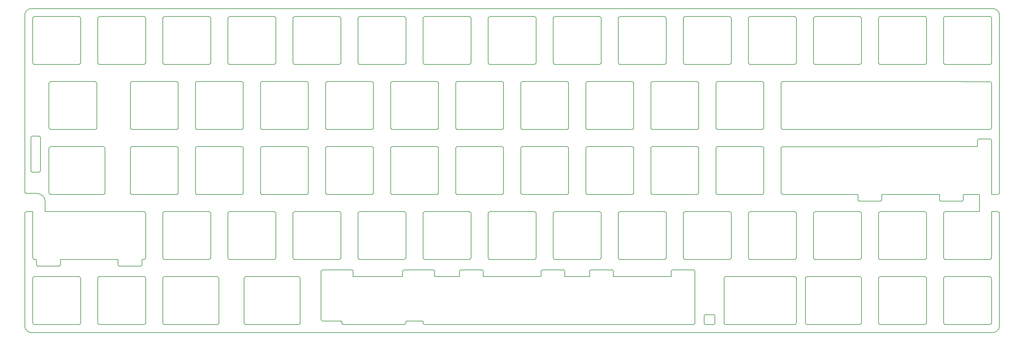
<source format=gm1>
%TF.GenerationSoftware,KiCad,Pcbnew,(5.1.10-1-10_14)*%
%TF.CreationDate,2021-05-27T15:54:42+09:00*%
%TF.ProjectId,keyplate,6b657970-6c61-4746-952e-6b696361645f,rev?*%
%TF.SameCoordinates,Original*%
%TF.FileFunction,Profile,NP*%
%FSLAX46Y46*%
G04 Gerber Fmt 4.6, Leading zero omitted, Abs format (unit mm)*
G04 Created by KiCad (PCBNEW (5.1.10-1-10_14)) date 2021-05-27 15:54:42*
%MOMM*%
%LPD*%
G01*
G04 APERTURE LIST*
%TA.AperFunction,Profile*%
%ADD10C,0.200000*%
%TD*%
G04 APERTURE END LIST*
D10*
X325652721Y-60389357D02*
X325652721Y-93264281D01*
X323324747Y-59850669D02*
X325114039Y-59850669D01*
X325125666Y-54795375D02*
X323324747Y-54795375D01*
X325652721Y-2337804D02*
X325652721Y-54267975D01*
X315094111Y-54800667D02*
X319786750Y-54800667D01*
X315094111Y-56300674D02*
X315094111Y-54800667D01*
X233624869Y-2695168D02*
X233409011Y-2744806D01*
X233409011Y-2744806D02*
X233239774Y-2877960D01*
X233239774Y-2877960D02*
X233140846Y-3070993D01*
X233140846Y-3070993D02*
X233124987Y-3195405D01*
X246625055Y-2695168D02*
X233624869Y-2695168D01*
X247124937Y-3195405D02*
X247075305Y-2979321D01*
X247075305Y-2979321D02*
X246942205Y-2809983D01*
X246942205Y-2809983D02*
X246749323Y-2711028D01*
X246749323Y-2711028D02*
X246625055Y-2695168D01*
X247124937Y-16195233D02*
X247124937Y-3195405D01*
X94225436Y-16695472D02*
X94441295Y-16645833D01*
X94441295Y-16645833D02*
X94610532Y-16512677D01*
X94610532Y-16512677D02*
X94709458Y-16319645D01*
X94709458Y-16319645D02*
X94725318Y-16195233D01*
X81225256Y-16695472D02*
X94225436Y-16695472D01*
X80725368Y-16195233D02*
X80774998Y-16411316D01*
X80774998Y-16411316D02*
X80908098Y-16580655D01*
X80908098Y-16580655D02*
X81100983Y-16679611D01*
X81100983Y-16679611D02*
X81225256Y-16695472D01*
X80725368Y-3195405D02*
X80725368Y-16195233D01*
X81225256Y-2695168D02*
X81009392Y-2744806D01*
X81009392Y-2744806D02*
X80840154Y-2877960D01*
X80840154Y-2877960D02*
X80741227Y-3070993D01*
X80741227Y-3070993D02*
X80725368Y-3195405D01*
X94225436Y-2695168D02*
X81225256Y-2695168D01*
X94725318Y-3195405D02*
X94675687Y-2979321D01*
X94675687Y-2979321D02*
X94542588Y-2809983D01*
X94542588Y-2809983D02*
X94349706Y-2711028D01*
X94349706Y-2711028D02*
X94225436Y-2695168D01*
X94725318Y-16195233D02*
X94725318Y-3195405D01*
X56125530Y-16695472D02*
X56341391Y-16645833D01*
X56341391Y-16645833D02*
X56510628Y-16512677D01*
X56510628Y-16512677D02*
X56609555Y-16319645D01*
X56609555Y-16319645D02*
X56625415Y-16195233D01*
X43125348Y-16695472D02*
X56125530Y-16695472D01*
X42625463Y-16195233D02*
X42675093Y-16411316D01*
X42675093Y-16411316D02*
X42808193Y-16580655D01*
X42808193Y-16580655D02*
X43001076Y-16679611D01*
X43001076Y-16679611D02*
X43125348Y-16695472D01*
X42625463Y-3195405D02*
X42625463Y-16195233D01*
X43125348Y-2695168D02*
X42909486Y-2744806D01*
X42909486Y-2744806D02*
X42740249Y-2877960D01*
X42740249Y-2877960D02*
X42641322Y-3070993D01*
X42641322Y-3070993D02*
X42625463Y-3195405D01*
X56125530Y-2695168D02*
X43125348Y-2695168D01*
X56625415Y-3195405D02*
X56575784Y-2979321D01*
X56575784Y-2979321D02*
X56442684Y-2809983D01*
X56442684Y-2809983D02*
X56249801Y-2711028D01*
X56249801Y-2711028D02*
X56125530Y-2695168D01*
X56625415Y-16195233D02*
X56625415Y-3195405D01*
X61675416Y-16195233D02*
X61725046Y-16411316D01*
X61725046Y-16411316D02*
X61858146Y-16580655D01*
X61858146Y-16580655D02*
X62051029Y-16679611D01*
X62051029Y-16679611D02*
X62175301Y-16695472D01*
X61675416Y-3195405D02*
X61675416Y-16195233D01*
X62175301Y-2695168D02*
X61959439Y-2744806D01*
X61959439Y-2744806D02*
X61790202Y-2877960D01*
X61790202Y-2877960D02*
X61691275Y-3070993D01*
X61691275Y-3070993D02*
X61675416Y-3195405D01*
X75175481Y-2695168D02*
X62175301Y-2695168D01*
X75675366Y-3195405D02*
X75625735Y-2979321D01*
X75625735Y-2979321D02*
X75492635Y-2809983D01*
X75492635Y-2809983D02*
X75299752Y-2711028D01*
X75299752Y-2711028D02*
X75175481Y-2695168D01*
X75675366Y-16195233D02*
X75675366Y-3195405D01*
X75175481Y-16695472D02*
X75391342Y-16645833D01*
X75391342Y-16645833D02*
X75560579Y-16512677D01*
X75560579Y-16512677D02*
X75659506Y-16319645D01*
X75659506Y-16319645D02*
X75675366Y-16195233D01*
X62175301Y-16695472D02*
X75175481Y-16695472D01*
X323324747Y-16289073D02*
X323324747Y-3101566D01*
X322918356Y-16695472D02*
X323129047Y-16636616D01*
X323129047Y-16636616D02*
X323275681Y-16482750D01*
X323275681Y-16482750D02*
X323324747Y-16289073D01*
X309731188Y-16695472D02*
X322918356Y-16695472D01*
X309324797Y-16289073D02*
X309383570Y-16499768D01*
X309383570Y-16499768D02*
X309537361Y-16646405D01*
X309537361Y-16646405D02*
X309731188Y-16695472D01*
X309324797Y-3101566D02*
X309324797Y-16289073D01*
X309731188Y-2695168D02*
X309520342Y-2754022D01*
X309520342Y-2754022D02*
X309373793Y-2907888D01*
X309373793Y-2907888D02*
X309324797Y-3101566D01*
X322918356Y-2695168D02*
X309731188Y-2695168D01*
X323324747Y-3101566D02*
X323265893Y-2890870D01*
X323265893Y-2890870D02*
X323112029Y-2744234D01*
X323112029Y-2744234D02*
X322918356Y-2695168D01*
X304274795Y-16289073D02*
X304274795Y-3101566D01*
X303868403Y-16695472D02*
X304079095Y-16636616D01*
X304079095Y-16636616D02*
X304225729Y-16482750D01*
X304225729Y-16482750D02*
X304274795Y-16289073D01*
X290681235Y-16695472D02*
X303868403Y-16695472D01*
X290274844Y-16289073D02*
X290333617Y-16499768D01*
X290333617Y-16499768D02*
X290487409Y-16646405D01*
X290487409Y-16646405D02*
X290681235Y-16695472D01*
X290274844Y-3101566D02*
X290274844Y-16289073D01*
X290681235Y-2695168D02*
X290470390Y-2754022D01*
X290470390Y-2754022D02*
X290323840Y-2907888D01*
X290323840Y-2907888D02*
X290274844Y-3101566D01*
X303868403Y-2695168D02*
X290681235Y-2695168D01*
X304274795Y-3101566D02*
X304215941Y-2890870D01*
X304215941Y-2890870D02*
X304062077Y-2744234D01*
X304062077Y-2744234D02*
X303868403Y-2695168D01*
X256150031Y-35745423D02*
X256365888Y-35695784D01*
X256365888Y-35695784D02*
X256535126Y-35562629D01*
X256535126Y-35562629D02*
X256634054Y-35369597D01*
X256634054Y-35369597D02*
X256649914Y-35245185D01*
X243149845Y-35745423D02*
X256150031Y-35745423D01*
X242649963Y-35245185D02*
X242699594Y-35461268D01*
X242699594Y-35461268D02*
X242832695Y-35630607D01*
X242832695Y-35630607D02*
X243025576Y-35729562D01*
X243025576Y-35729562D02*
X243149845Y-35745423D01*
X242649963Y-22245357D02*
X242649963Y-35245185D01*
X243149845Y-21745120D02*
X242933987Y-21794758D01*
X242933987Y-21794758D02*
X242764750Y-21927912D01*
X242764750Y-21927912D02*
X242665822Y-22120945D01*
X242665822Y-22120945D02*
X242649963Y-22245357D01*
X256150031Y-21745120D02*
X243149845Y-21745120D01*
X256649914Y-22245357D02*
X256600282Y-22029273D01*
X256600282Y-22029273D02*
X256467181Y-21859935D01*
X256467181Y-21859935D02*
X256274299Y-21760980D01*
X256274299Y-21760980D02*
X256150031Y-21745120D01*
X256649914Y-35245185D02*
X256649914Y-22245357D01*
X122800365Y-35745423D02*
X123016224Y-35695784D01*
X123016224Y-35695784D02*
X123185461Y-35562629D01*
X123185461Y-35562629D02*
X123284387Y-35369597D01*
X123284387Y-35369597D02*
X123300247Y-35245185D01*
X109800184Y-35745423D02*
X122800365Y-35745423D01*
X109300297Y-35245185D02*
X109349927Y-35461268D01*
X109349927Y-35461268D02*
X109483027Y-35630607D01*
X109483027Y-35630607D02*
X109675911Y-35729562D01*
X109675911Y-35729562D02*
X109800184Y-35745423D01*
X109300297Y-22245357D02*
X109300297Y-35245185D01*
X109800184Y-21745120D02*
X109584320Y-21794758D01*
X109584320Y-21794758D02*
X109415083Y-21927912D01*
X109415083Y-21927912D02*
X109316156Y-22120945D01*
X109316156Y-22120945D02*
X109300297Y-22245357D01*
X122800365Y-21745120D02*
X109800184Y-21745120D01*
X123300247Y-22245357D02*
X123250616Y-22029273D01*
X123250616Y-22029273D02*
X123117517Y-21859935D01*
X123117517Y-21859935D02*
X122924635Y-21760980D01*
X122924635Y-21760980D02*
X122800365Y-21745120D01*
X123300247Y-35245185D02*
X123300247Y-22245357D01*
X71200392Y-35245185D02*
X71250022Y-35461268D01*
X71250022Y-35461268D02*
X71383122Y-35630607D01*
X71383122Y-35630607D02*
X71576005Y-35729562D01*
X71576005Y-35729562D02*
X71700277Y-35745423D01*
X71200392Y-22245357D02*
X71200392Y-35245185D01*
X71700277Y-21745120D02*
X71484415Y-21794758D01*
X71484415Y-21794758D02*
X71315178Y-21927912D01*
X71315178Y-21927912D02*
X71216251Y-22120945D01*
X71216251Y-22120945D02*
X71200392Y-22245357D01*
X84700460Y-21745120D02*
X71700277Y-21745120D01*
X85200342Y-22245357D02*
X85150711Y-22029273D01*
X85150711Y-22029273D02*
X85017612Y-21859935D01*
X85017612Y-21859935D02*
X84824730Y-21760980D01*
X84824730Y-21760980D02*
X84700460Y-21745120D01*
X85200342Y-35245185D02*
X85200342Y-22245357D01*
X84700460Y-35745423D02*
X84916319Y-35695784D01*
X84916319Y-35695784D02*
X85085556Y-35562629D01*
X85085556Y-35562629D02*
X85184482Y-35369597D01*
X85184482Y-35369597D02*
X85200342Y-35245185D01*
X71700277Y-35745423D02*
X84700460Y-35745423D01*
X103750412Y-35745423D02*
X103966272Y-35695784D01*
X103966272Y-35695784D02*
X104135509Y-35562629D01*
X104135509Y-35562629D02*
X104234435Y-35369597D01*
X104234435Y-35369597D02*
X104250295Y-35245185D01*
X90750232Y-35745423D02*
X103750412Y-35745423D01*
X90250344Y-35245185D02*
X90299974Y-35461268D01*
X90299974Y-35461268D02*
X90433074Y-35630607D01*
X90433074Y-35630607D02*
X90625959Y-35729562D01*
X90625959Y-35729562D02*
X90750232Y-35745423D01*
X90250344Y-22245357D02*
X90250344Y-35245185D01*
X90750232Y-21745120D02*
X90534368Y-21794758D01*
X90534368Y-21794758D02*
X90365130Y-21927912D01*
X90365130Y-21927912D02*
X90266203Y-22120945D01*
X90266203Y-22120945D02*
X90250344Y-22245357D01*
X103750412Y-21745120D02*
X90750232Y-21745120D01*
X104250295Y-22245357D02*
X104200664Y-22029273D01*
X104200664Y-22029273D02*
X104067565Y-21859935D01*
X104067565Y-21859935D02*
X103874682Y-21760980D01*
X103874682Y-21760980D02*
X103750412Y-21745120D01*
X104250295Y-35245185D02*
X104250295Y-22245357D01*
X218050127Y-35745423D02*
X218265984Y-35695784D01*
X218265984Y-35695784D02*
X218435221Y-35562629D01*
X218435221Y-35562629D02*
X218534149Y-35369597D01*
X218534149Y-35369597D02*
X218550009Y-35245185D01*
X205049941Y-35745423D02*
X218050127Y-35745423D01*
X204550059Y-35245185D02*
X204599690Y-35461268D01*
X204599690Y-35461268D02*
X204732790Y-35630607D01*
X204732790Y-35630607D02*
X204925672Y-35729562D01*
X204925672Y-35729562D02*
X205049941Y-35745423D01*
X204550059Y-22245357D02*
X204550059Y-35245185D01*
X205049941Y-21745120D02*
X204834083Y-21794758D01*
X204834083Y-21794758D02*
X204664846Y-21927912D01*
X204664846Y-21927912D02*
X204565918Y-22120945D01*
X204565918Y-22120945D02*
X204550059Y-22245357D01*
X218050127Y-21745120D02*
X205049941Y-21745120D01*
X218550009Y-22245357D02*
X218500377Y-22029273D01*
X218500377Y-22029273D02*
X218367276Y-21859935D01*
X218367276Y-21859935D02*
X218174395Y-21760980D01*
X218174395Y-21760980D02*
X218050127Y-21745120D01*
X218550009Y-35245185D02*
X218550009Y-22245357D01*
X237100079Y-35745423D02*
X237315936Y-35695784D01*
X237315936Y-35695784D02*
X237485173Y-35562629D01*
X237485173Y-35562629D02*
X237584101Y-35369597D01*
X237584101Y-35369597D02*
X237599961Y-35245185D01*
X224099893Y-35745423D02*
X237100079Y-35745423D01*
X223600011Y-35245185D02*
X223649642Y-35461268D01*
X223649642Y-35461268D02*
X223782742Y-35630607D01*
X223782742Y-35630607D02*
X223975624Y-35729562D01*
X223975624Y-35729562D02*
X224099893Y-35745423D01*
X223600011Y-22245357D02*
X223600011Y-35245185D01*
X224099893Y-21745120D02*
X223884035Y-21794758D01*
X223884035Y-21794758D02*
X223714798Y-21927912D01*
X223714798Y-21927912D02*
X223615870Y-22120945D01*
X223615870Y-22120945D02*
X223600011Y-22245357D01*
X237100079Y-21745120D02*
X224099893Y-21745120D01*
X237599961Y-22245357D02*
X237550329Y-22029273D01*
X237550329Y-22029273D02*
X237417229Y-21859935D01*
X237417229Y-21859935D02*
X237224347Y-21760980D01*
X237224347Y-21760980D02*
X237100079Y-21745120D01*
X237599961Y-35245185D02*
X237599961Y-22245357D01*
X141850317Y-35745423D02*
X142066179Y-35695784D01*
X142066179Y-35695784D02*
X142235415Y-35562629D01*
X142235415Y-35562629D02*
X142334339Y-35369597D01*
X142334339Y-35369597D02*
X142350199Y-35245185D01*
X128850131Y-35745423D02*
X141850317Y-35745423D01*
X128350249Y-35245185D02*
X128399880Y-35461268D01*
X128399880Y-35461268D02*
X128532980Y-35630607D01*
X128532980Y-35630607D02*
X128725862Y-35729562D01*
X128725862Y-35729562D02*
X128850131Y-35745423D01*
X128350249Y-22245357D02*
X128350249Y-35245185D01*
X128850131Y-21745120D02*
X128634273Y-21794758D01*
X128634273Y-21794758D02*
X128465036Y-21927912D01*
X128465036Y-21927912D02*
X128366108Y-22120945D01*
X128366108Y-22120945D02*
X128350249Y-22245357D01*
X141850317Y-21745120D02*
X128850131Y-21745120D01*
X142350199Y-22245357D02*
X142300569Y-22029273D01*
X142300569Y-22029273D02*
X142167471Y-21859935D01*
X142167471Y-21859935D02*
X141974589Y-21760980D01*
X141974589Y-21760980D02*
X141850317Y-21745120D01*
X142350199Y-35245185D02*
X142350199Y-22245357D01*
X61387902Y-22245357D02*
X61338271Y-22029273D01*
X61338271Y-22029273D02*
X61205171Y-21859935D01*
X61205171Y-21859935D02*
X61012288Y-21760980D01*
X61012288Y-21760980D02*
X60888017Y-21745120D01*
X61387902Y-35245185D02*
X61387902Y-22245357D01*
X60888017Y-35745423D02*
X61103878Y-35695784D01*
X61103878Y-35695784D02*
X61273115Y-35562629D01*
X61273115Y-35562629D02*
X61372042Y-35369597D01*
X61372042Y-35369597D02*
X61387902Y-35245185D01*
X47887836Y-35745423D02*
X60888017Y-35745423D01*
X47387951Y-35245185D02*
X47437581Y-35461268D01*
X47437581Y-35461268D02*
X47570681Y-35630607D01*
X47570681Y-35630607D02*
X47763564Y-35729562D01*
X47763564Y-35729562D02*
X47887836Y-35745423D01*
X47387951Y-22245357D02*
X47387951Y-35245185D01*
X47887836Y-21745120D02*
X47671974Y-21794758D01*
X47671974Y-21794758D02*
X47502737Y-21927912D01*
X47502737Y-21927912D02*
X47403810Y-22120945D01*
X47403810Y-22120945D02*
X47387951Y-22245357D01*
X60888017Y-21745120D02*
X47887836Y-21745120D01*
X179950222Y-35745423D02*
X180166084Y-35695784D01*
X180166084Y-35695784D02*
X180335319Y-35562629D01*
X180335319Y-35562629D02*
X180434244Y-35369597D01*
X180434244Y-35369597D02*
X180450104Y-35245185D01*
X166950036Y-35745423D02*
X179950222Y-35745423D01*
X166450154Y-35245185D02*
X166499785Y-35461268D01*
X166499785Y-35461268D02*
X166632885Y-35630607D01*
X166632885Y-35630607D02*
X166825767Y-35729562D01*
X166825767Y-35729562D02*
X166950036Y-35745423D01*
X166450154Y-22245357D02*
X166450154Y-35245185D01*
X166950036Y-21745120D02*
X166734178Y-21794758D01*
X166734178Y-21794758D02*
X166564941Y-21927912D01*
X166564941Y-21927912D02*
X166466013Y-22120945D01*
X166466013Y-22120945D02*
X166450154Y-22245357D01*
X179950222Y-21745120D02*
X166950036Y-21745120D01*
X180450104Y-22245357D02*
X180400474Y-22029273D01*
X180400474Y-22029273D02*
X180267376Y-21859935D01*
X180267376Y-21859935D02*
X180074493Y-21760980D01*
X180074493Y-21760980D02*
X179950222Y-21745120D01*
X180450104Y-35245185D02*
X180450104Y-22245357D01*
X160900270Y-35745423D02*
X161116132Y-35695784D01*
X161116132Y-35695784D02*
X161285367Y-35562629D01*
X161285367Y-35562629D02*
X161384292Y-35369597D01*
X161384292Y-35369597D02*
X161400152Y-35245185D01*
X147900084Y-35745423D02*
X160900270Y-35745423D01*
X147400201Y-35245185D02*
X147449832Y-35461268D01*
X147449832Y-35461268D02*
X147582933Y-35630607D01*
X147582933Y-35630607D02*
X147775815Y-35729562D01*
X147775815Y-35729562D02*
X147900084Y-35745423D01*
X147400201Y-22245357D02*
X147400201Y-35245185D01*
X147900084Y-21745120D02*
X147684226Y-21794758D01*
X147684226Y-21794758D02*
X147514988Y-21927912D01*
X147514988Y-21927912D02*
X147416060Y-22120945D01*
X147416060Y-22120945D02*
X147400201Y-22245357D01*
X160900270Y-21745120D02*
X147900084Y-21745120D01*
X161400152Y-22245357D02*
X161350522Y-22029273D01*
X161350522Y-22029273D02*
X161217424Y-21859935D01*
X161217424Y-21859935D02*
X161024541Y-21760980D01*
X161024541Y-21760980D02*
X160900270Y-21745120D01*
X161400152Y-35245185D02*
X161400152Y-22245357D01*
X199000174Y-35745423D02*
X199216036Y-35695784D01*
X199216036Y-35695784D02*
X199385272Y-35562629D01*
X199385272Y-35562629D02*
X199484196Y-35369597D01*
X199484196Y-35369597D02*
X199500056Y-35245185D01*
X185999988Y-35745423D02*
X199000174Y-35745423D01*
X185500106Y-35245185D02*
X185549737Y-35461268D01*
X185549737Y-35461268D02*
X185682838Y-35630607D01*
X185682838Y-35630607D02*
X185875719Y-35729562D01*
X185875719Y-35729562D02*
X185999988Y-35745423D01*
X185500106Y-22245357D02*
X185500106Y-35245185D01*
X185999988Y-21745120D02*
X185784130Y-21794758D01*
X185784130Y-21794758D02*
X185614893Y-21927912D01*
X185614893Y-21927912D02*
X185515965Y-22120945D01*
X185515965Y-22120945D02*
X185500106Y-22245357D01*
X199000174Y-21745120D02*
X185999988Y-21745120D01*
X199500056Y-22245357D02*
X199450426Y-22029273D01*
X199450426Y-22029273D02*
X199317328Y-21859935D01*
X199317328Y-21859935D02*
X199124446Y-21760980D01*
X199124446Y-21760980D02*
X199000174Y-21745120D01*
X199500056Y-35245185D02*
X199500056Y-22245357D01*
X261699916Y-22247473D02*
X261699916Y-22468707D01*
X261699916Y-22468707D02*
X261699916Y-22725245D01*
X261699916Y-22725245D02*
X261699916Y-23014743D01*
X261699916Y-23014743D02*
X261699916Y-23334859D01*
X261699916Y-23334859D02*
X261699916Y-23683251D01*
X261699916Y-23683251D02*
X261699916Y-24057577D01*
X261699916Y-24057577D02*
X261699916Y-24455493D01*
X261699916Y-24455493D02*
X261699916Y-24874658D01*
X261699916Y-24874658D02*
X261699916Y-25312729D01*
X261699916Y-25312729D02*
X261699916Y-25767364D01*
X261699916Y-25767364D02*
X261699916Y-26236221D01*
X261699916Y-26236221D02*
X261699916Y-26716957D01*
X261699916Y-26716957D02*
X261699916Y-27207230D01*
X261699916Y-27207230D02*
X261699916Y-27704697D01*
X261699916Y-27704697D02*
X261699916Y-28207017D01*
X261699916Y-28207017D02*
X261699916Y-28711846D01*
X261699916Y-28711846D02*
X261699916Y-29216843D01*
X261699916Y-29216843D02*
X261699916Y-29719664D01*
X261699916Y-29719664D02*
X261699916Y-30217969D01*
X261699916Y-30217969D02*
X261699916Y-30709414D01*
X261699916Y-30709414D02*
X261699916Y-31191656D01*
X261699916Y-31191656D02*
X261699916Y-31662355D01*
X261699916Y-31662355D02*
X261699916Y-32119167D01*
X261699916Y-32119167D02*
X261699916Y-32559749D01*
X261699916Y-32559749D02*
X261699916Y-32981760D01*
X261699916Y-32981760D02*
X261699916Y-33382858D01*
X261699916Y-33382858D02*
X261699916Y-33760699D01*
X261699916Y-33760699D02*
X261699916Y-34112942D01*
X261699916Y-34112942D02*
X261699916Y-34437244D01*
X261699916Y-34437244D02*
X261699916Y-34731262D01*
X261699916Y-34731262D02*
X261699916Y-34992655D01*
X261699916Y-34992655D02*
X261699916Y-35219081D01*
X261845255Y-21896109D02*
X261733170Y-22068630D01*
X261733170Y-22068630D02*
X261699916Y-22247473D01*
X262196633Y-21750764D02*
X261995513Y-21793277D01*
X261995513Y-21793277D02*
X261845255Y-21896109D01*
X322797347Y-21755703D02*
X322141020Y-21755658D01*
X322141020Y-21755658D02*
X321244251Y-21755593D01*
X321244251Y-21755593D02*
X320123102Y-21755507D01*
X320123102Y-21755507D02*
X318793631Y-21755403D01*
X318793631Y-21755403D02*
X317271901Y-21755282D01*
X317271901Y-21755282D02*
X315573971Y-21755146D01*
X315573971Y-21755146D02*
X313715902Y-21754995D01*
X313715902Y-21754995D02*
X311713756Y-21754832D01*
X311713756Y-21754832D02*
X309583592Y-21754657D01*
X309583592Y-21754657D02*
X307341472Y-21754472D01*
X307341472Y-21754472D02*
X305003456Y-21754278D01*
X305003456Y-21754278D02*
X302585605Y-21754078D01*
X302585605Y-21754078D02*
X300103979Y-21753872D01*
X300103979Y-21753872D02*
X297574639Y-21753661D01*
X297574639Y-21753661D02*
X295013646Y-21753448D01*
X295013646Y-21753448D02*
X292437061Y-21753233D01*
X292437061Y-21753233D02*
X289860944Y-21753018D01*
X289860944Y-21753018D02*
X287301356Y-21752805D01*
X287301356Y-21752805D02*
X284774357Y-21752594D01*
X284774357Y-21752594D02*
X282296008Y-21752388D01*
X282296008Y-21752388D02*
X279882371Y-21752188D01*
X279882371Y-21752188D02*
X277549505Y-21751994D01*
X277549505Y-21751994D02*
X275313471Y-21751809D01*
X275313471Y-21751809D02*
X273190330Y-21751635D01*
X273190330Y-21751635D02*
X271196143Y-21751471D01*
X271196143Y-21751471D02*
X269346971Y-21751320D01*
X269346971Y-21751320D02*
X267658873Y-21751184D01*
X267658873Y-21751184D02*
X266147911Y-21751063D01*
X266147911Y-21751063D02*
X264830145Y-21750959D01*
X264830145Y-21750959D02*
X263721636Y-21750873D01*
X263721636Y-21750873D02*
X262838445Y-21750808D01*
X262838445Y-21750808D02*
X262196633Y-21750764D01*
X323324747Y-22283458D02*
X323283317Y-22078113D01*
X323283317Y-22078113D02*
X323170318Y-21910439D01*
X323170318Y-21910439D02*
X323002683Y-21797335D01*
X323002683Y-21797335D02*
X322797347Y-21755703D01*
X323324747Y-35206732D02*
X323324747Y-34979857D01*
X323324747Y-34979857D02*
X323324747Y-34718608D01*
X323324747Y-34718608D02*
X323324747Y-34425278D01*
X323324747Y-34425278D02*
X323324747Y-34102164D01*
X323324747Y-34102164D02*
X323324747Y-33751561D01*
X323324747Y-33751561D02*
X323324747Y-33375766D01*
X323324747Y-33375766D02*
X323324747Y-32977074D01*
X323324747Y-32977074D02*
X323324747Y-32557781D01*
X323324747Y-32557781D02*
X323324747Y-32120182D01*
X323324747Y-32120182D02*
X323324747Y-31666574D01*
X323324747Y-31666574D02*
X323324747Y-31199252D01*
X323324747Y-31199252D02*
X323324747Y-30720512D01*
X323324747Y-30720512D02*
X323324747Y-30232651D01*
X323324747Y-30232651D02*
X323324747Y-29737962D01*
X323324747Y-29737962D02*
X323324747Y-29238743D01*
X323324747Y-29238743D02*
X323324747Y-28737290D01*
X323324747Y-28737290D02*
X323324747Y-28235897D01*
X323324747Y-28235897D02*
X323324747Y-27736861D01*
X323324747Y-27736861D02*
X323324747Y-27242477D01*
X323324747Y-27242477D02*
X323324747Y-26755042D01*
X323324747Y-26755042D02*
X323324747Y-26276851D01*
X323324747Y-26276851D02*
X323324747Y-25810200D01*
X323324747Y-25810200D02*
X323324747Y-25357385D01*
X323324747Y-25357385D02*
X323324747Y-24920701D01*
X323324747Y-24920701D02*
X323324747Y-24502444D01*
X323324747Y-24502444D02*
X323324747Y-24104911D01*
X323324747Y-24104911D02*
X323324747Y-23730396D01*
X323324747Y-23730396D02*
X323324747Y-23381196D01*
X323324747Y-23381196D02*
X323324747Y-23059606D01*
X323324747Y-23059606D02*
X323324747Y-22767923D01*
X323324747Y-22767923D02*
X323324747Y-22508441D01*
X323324747Y-22508441D02*
X323324747Y-22283458D01*
X322786409Y-35745423D02*
X322995988Y-35703073D01*
X322995988Y-35703073D02*
X323167101Y-35587599D01*
X323167101Y-35587599D02*
X323282453Y-35416364D01*
X323282453Y-35416364D02*
X323324747Y-35206732D01*
X262226260Y-35745423D02*
X262880158Y-35745423D01*
X262880158Y-35745423D02*
X263773420Y-35745423D01*
X263773420Y-35745423D02*
X264890102Y-35745423D01*
X264890102Y-35745423D02*
X266214257Y-35745423D01*
X266214257Y-35745423D02*
X267729941Y-35745423D01*
X267729941Y-35745423D02*
X269421206Y-35745423D01*
X269421206Y-35745423D02*
X271272110Y-35745423D01*
X271272110Y-35745423D02*
X273266705Y-35745423D01*
X273266705Y-35745423D02*
X275389046Y-35745423D01*
X275389046Y-35745423D02*
X277623188Y-35745423D01*
X277623188Y-35745423D02*
X279953186Y-35745423D01*
X279953186Y-35745423D02*
X282363094Y-35745423D01*
X282363094Y-35745423D02*
X284836967Y-35745423D01*
X284836967Y-35745423D02*
X287358859Y-35745423D01*
X287358859Y-35745423D02*
X289912824Y-35745423D01*
X289912824Y-35745423D02*
X292482918Y-35745423D01*
X292482918Y-35745423D02*
X295053195Y-35745423D01*
X295053195Y-35745423D02*
X297607710Y-35745423D01*
X297607710Y-35745423D02*
X300130516Y-35745423D01*
X300130516Y-35745423D02*
X302605669Y-35745423D01*
X302605669Y-35745423D02*
X305017224Y-35745423D01*
X305017224Y-35745423D02*
X307349234Y-35745423D01*
X307349234Y-35745423D02*
X309585754Y-35745423D01*
X309585754Y-35745423D02*
X311710840Y-35745423D01*
X311710840Y-35745423D02*
X313708545Y-35745423D01*
X313708545Y-35745423D02*
X315562924Y-35745423D01*
X315562924Y-35745423D02*
X317258031Y-35745423D01*
X317258031Y-35745423D02*
X318777922Y-35745423D01*
X318777922Y-35745423D02*
X320106651Y-35745423D01*
X320106651Y-35745423D02*
X321228271Y-35745423D01*
X321228271Y-35745423D02*
X322126839Y-35745423D01*
X322126839Y-35745423D02*
X322786409Y-35745423D01*
X261699916Y-35219081D02*
X261741280Y-35423955D01*
X261741280Y-35423955D02*
X261854083Y-35591259D01*
X261854083Y-35591259D02*
X262021388Y-35704059D01*
X262021388Y-35704059D02*
X262226260Y-35745423D01*
X44850428Y-47775467D02*
X44850428Y-47394106D01*
X44850428Y-47394106D02*
X44850428Y-47170062D01*
X44850428Y-47170062D02*
X44850428Y-46925843D01*
X44850428Y-46925843D02*
X44850428Y-46663002D01*
X44850428Y-46663002D02*
X44850428Y-46383091D01*
X44850428Y-46383091D02*
X44850428Y-46087662D01*
X44850428Y-46087662D02*
X44850428Y-45778266D01*
X44850428Y-45778266D02*
X44850428Y-45456455D01*
X44850428Y-45456455D02*
X44850428Y-45123781D01*
X44850428Y-45123781D02*
X44850428Y-44781797D01*
X44850428Y-44781797D02*
X44850428Y-44432053D01*
X44850428Y-44432053D02*
X44850428Y-44076102D01*
X44850428Y-44076102D02*
X44850428Y-43715495D01*
X44850428Y-43715495D02*
X44850428Y-43351784D01*
X44850428Y-43351784D02*
X44850428Y-42986522D01*
X44850428Y-42986522D02*
X44850428Y-42621260D01*
X44850428Y-42621260D02*
X44850428Y-42257549D01*
X44850428Y-42257549D02*
X44850428Y-41896942D01*
X44850428Y-41896942D02*
X44850428Y-41540991D01*
X44850428Y-41540991D02*
X44850428Y-41191247D01*
X44850428Y-41191247D02*
X44850428Y-40849262D01*
X44850428Y-40849262D02*
X44850428Y-40516589D01*
X44850428Y-40516589D02*
X44850428Y-40194778D01*
X44850428Y-40194778D02*
X44850428Y-39885382D01*
X44850428Y-39885382D02*
X44850428Y-39589952D01*
X44850428Y-39589952D02*
X44850428Y-39310041D01*
X44850428Y-39310041D02*
X44850428Y-39047200D01*
X44850428Y-39047200D02*
X44850428Y-38802981D01*
X44850428Y-38802981D02*
X44850428Y-38578936D01*
X44850428Y-38578936D02*
X44850428Y-38376617D01*
X44850428Y-38376617D02*
X44850428Y-38197576D01*
X44350543Y-48275355D02*
X44567327Y-48226024D01*
X44567327Y-48226024D02*
X44736325Y-48093355D01*
X44736325Y-48093355D02*
X44834699Y-47900326D01*
X44834699Y-47900326D02*
X44850428Y-47775467D01*
X42588069Y-48275355D02*
X42839538Y-48275355D01*
X42839538Y-48275355D02*
X43060427Y-48275355D01*
X43060427Y-48275355D02*
X43292140Y-48275355D01*
X43292140Y-48275355D02*
X43528490Y-48275355D01*
X43528490Y-48275355D02*
X43763295Y-48275355D01*
X43763295Y-48275355D02*
X43990368Y-48275355D01*
X43990368Y-48275355D02*
X44203526Y-48275355D01*
X44203526Y-48275355D02*
X44350543Y-48275355D01*
X42088185Y-47775467D02*
X42137454Y-47992097D01*
X42137454Y-47992097D02*
X42270035Y-48161137D01*
X42270035Y-48161137D02*
X42463091Y-48259604D01*
X42463091Y-48259604D02*
X42588069Y-48275355D01*
X42088185Y-38197576D02*
X42088185Y-38578936D01*
X42088185Y-38578936D02*
X42088185Y-38802981D01*
X42088185Y-38802981D02*
X42088185Y-39047200D01*
X42088185Y-39047200D02*
X42088185Y-39310041D01*
X42088185Y-39310041D02*
X42088185Y-39589952D01*
X42088185Y-39589952D02*
X42088185Y-39885382D01*
X42088185Y-39885382D02*
X42088185Y-40194778D01*
X42088185Y-40194778D02*
X42088185Y-40516589D01*
X42088185Y-40516589D02*
X42088185Y-40849262D01*
X42088185Y-40849262D02*
X42088185Y-41191247D01*
X42088185Y-41191247D02*
X42088185Y-41540991D01*
X42088185Y-41540991D02*
X42088185Y-41896942D01*
X42088185Y-41896942D02*
X42088185Y-42257549D01*
X42088185Y-42257549D02*
X42088185Y-42621260D01*
X42088185Y-42621260D02*
X42088185Y-42986522D01*
X42088185Y-42986522D02*
X42088185Y-43351784D01*
X42088185Y-43351784D02*
X42088185Y-43715495D01*
X42088185Y-43715495D02*
X42088185Y-44076102D01*
X42088185Y-44076102D02*
X42088185Y-44432053D01*
X42088185Y-44432053D02*
X42088185Y-44781797D01*
X42088185Y-44781797D02*
X42088185Y-45123781D01*
X42088185Y-45123781D02*
X42088185Y-45456455D01*
X42088185Y-45456455D02*
X42088185Y-45778266D01*
X42088185Y-45778266D02*
X42088185Y-46087662D01*
X42088185Y-46087662D02*
X42088185Y-46383091D01*
X42088185Y-46383091D02*
X42088185Y-46663002D01*
X42088185Y-46663002D02*
X42088185Y-46925843D01*
X42088185Y-46925843D02*
X42088185Y-47170062D01*
X42088185Y-47170062D02*
X42088185Y-47394106D01*
X42088185Y-47394106D02*
X42088185Y-47596425D01*
X42088185Y-47596425D02*
X42088185Y-47775467D01*
X42588069Y-37697692D02*
X42371285Y-37747021D01*
X42371285Y-37747021D02*
X42202287Y-37879688D01*
X42202287Y-37879688D02*
X42103913Y-38072715D01*
X42103913Y-38072715D02*
X42088185Y-38197576D01*
X44350543Y-37697692D02*
X44099073Y-37697692D01*
X44099073Y-37697692D02*
X43878184Y-37697692D01*
X43878184Y-37697692D02*
X43646472Y-37697692D01*
X43646472Y-37697692D02*
X43410122Y-37697692D01*
X43410122Y-37697692D02*
X43175317Y-37697692D01*
X43175317Y-37697692D02*
X42948243Y-37697692D01*
X42948243Y-37697692D02*
X42735085Y-37697692D01*
X42735085Y-37697692D02*
X42588069Y-37697692D01*
X44850428Y-38197576D02*
X44801158Y-37980945D01*
X44801158Y-37980945D02*
X44668576Y-37811907D01*
X44668576Y-37811907D02*
X44475520Y-37713442D01*
X44475520Y-37713442D02*
X44350543Y-37697692D01*
X218050127Y-54795375D02*
X218265984Y-54745736D01*
X218265984Y-54745736D02*
X218435221Y-54612582D01*
X218435221Y-54612582D02*
X218534149Y-54419549D01*
X218534149Y-54419549D02*
X218550009Y-54295138D01*
X205049941Y-54795375D02*
X218050127Y-54795375D01*
X204550059Y-54295138D02*
X204599690Y-54511221D01*
X204599690Y-54511221D02*
X204732790Y-54680559D01*
X204732790Y-54680559D02*
X204925672Y-54779514D01*
X204925672Y-54779514D02*
X205049941Y-54795375D01*
X204550059Y-41295307D02*
X204550059Y-54295138D01*
X205049941Y-40795070D02*
X204834083Y-40844708D01*
X204834083Y-40844708D02*
X204664846Y-40977862D01*
X204664846Y-40977862D02*
X204565918Y-41170895D01*
X204565918Y-41170895D02*
X204550059Y-41295307D01*
X218050127Y-40795070D02*
X205049941Y-40795070D01*
X218550009Y-41295307D02*
X218500377Y-41079223D01*
X218500377Y-41079223D02*
X218367276Y-40909885D01*
X218367276Y-40909885D02*
X218174395Y-40810930D01*
X218174395Y-40810930D02*
X218050127Y-40795070D01*
X218550009Y-54295138D02*
X218550009Y-41295307D01*
X103750412Y-54795375D02*
X103966272Y-54745736D01*
X103966272Y-54745736D02*
X104135509Y-54612582D01*
X104135509Y-54612582D02*
X104234435Y-54419549D01*
X104234435Y-54419549D02*
X104250295Y-54295138D01*
X90750232Y-54795375D02*
X103750412Y-54795375D01*
X90250344Y-54295138D02*
X90299974Y-54511221D01*
X90299974Y-54511221D02*
X90433074Y-54680559D01*
X90433074Y-54680559D02*
X90625959Y-54779514D01*
X90625959Y-54779514D02*
X90750232Y-54795375D01*
X90250344Y-41295307D02*
X90250344Y-54295138D01*
X90750232Y-40795070D02*
X90534368Y-40844708D01*
X90534368Y-40844708D02*
X90365130Y-40977862D01*
X90365130Y-40977862D02*
X90266203Y-41170895D01*
X90266203Y-41170895D02*
X90250344Y-41295307D01*
X103750412Y-40795070D02*
X90750232Y-40795070D01*
X104250295Y-41295307D02*
X104200664Y-41079223D01*
X104200664Y-41079223D02*
X104067565Y-40909885D01*
X104067565Y-40909885D02*
X103874682Y-40810930D01*
X103874682Y-40810930D02*
X103750412Y-40795070D01*
X104250295Y-54295138D02*
X104250295Y-41295307D01*
X122800365Y-54795375D02*
X123016224Y-54745736D01*
X123016224Y-54745736D02*
X123185461Y-54612582D01*
X123185461Y-54612582D02*
X123284387Y-54419549D01*
X123284387Y-54419549D02*
X123300247Y-54295138D01*
X109800184Y-54795375D02*
X122800365Y-54795375D01*
X109300297Y-54295138D02*
X109349927Y-54511221D01*
X109349927Y-54511221D02*
X109483027Y-54680559D01*
X109483027Y-54680559D02*
X109675911Y-54779514D01*
X109675911Y-54779514D02*
X109800184Y-54795375D01*
X109300297Y-41295307D02*
X109300297Y-54295138D01*
X109800184Y-40795070D02*
X109584320Y-40844708D01*
X109584320Y-40844708D02*
X109415083Y-40977862D01*
X109415083Y-40977862D02*
X109316156Y-41170895D01*
X109316156Y-41170895D02*
X109300297Y-41295307D01*
X122800365Y-40795070D02*
X109800184Y-40795070D01*
X123300247Y-41295307D02*
X123250616Y-41079223D01*
X123250616Y-41079223D02*
X123117517Y-40909885D01*
X123117517Y-40909885D02*
X122924635Y-40810930D01*
X122924635Y-40810930D02*
X122800365Y-40795070D01*
X123300247Y-54295138D02*
X123300247Y-41295307D01*
X160900270Y-54795375D02*
X161116132Y-54745736D01*
X161116132Y-54745736D02*
X161285367Y-54612582D01*
X161285367Y-54612582D02*
X161384292Y-54419549D01*
X161384292Y-54419549D02*
X161400152Y-54295138D01*
X147900084Y-54795375D02*
X160900270Y-54795375D01*
X147400201Y-54295138D02*
X147449832Y-54511221D01*
X147449832Y-54511221D02*
X147582933Y-54680559D01*
X147582933Y-54680559D02*
X147775815Y-54779514D01*
X147775815Y-54779514D02*
X147900084Y-54795375D01*
X147400201Y-41295307D02*
X147400201Y-54295138D01*
X147900084Y-40795070D02*
X147684226Y-40844708D01*
X147684226Y-40844708D02*
X147514988Y-40977862D01*
X147514988Y-40977862D02*
X147416060Y-41170895D01*
X147416060Y-41170895D02*
X147400201Y-41295307D01*
X160900270Y-40795070D02*
X147900084Y-40795070D01*
X161400152Y-41295307D02*
X161350522Y-41079223D01*
X161350522Y-41079223D02*
X161217424Y-40909885D01*
X161217424Y-40909885D02*
X161024541Y-40810930D01*
X161024541Y-40810930D02*
X160900270Y-40795070D01*
X161400152Y-54295138D02*
X161400152Y-41295307D01*
X71200392Y-54295138D02*
X71250022Y-54511221D01*
X71250022Y-54511221D02*
X71383122Y-54680559D01*
X71383122Y-54680559D02*
X71576005Y-54779514D01*
X71576005Y-54779514D02*
X71700277Y-54795375D01*
X71200392Y-41295307D02*
X71200392Y-54295138D01*
X71700277Y-40795070D02*
X71484415Y-40844708D01*
X71484415Y-40844708D02*
X71315178Y-40977862D01*
X71315178Y-40977862D02*
X71216251Y-41170895D01*
X71216251Y-41170895D02*
X71200392Y-41295307D01*
X84700460Y-40795070D02*
X71700277Y-40795070D01*
X85200342Y-41295307D02*
X85150711Y-41079223D01*
X85150711Y-41079223D02*
X85017612Y-40909885D01*
X85017612Y-40909885D02*
X84824730Y-40810930D01*
X84824730Y-40810930D02*
X84700460Y-40795070D01*
X85200342Y-54295138D02*
X85200342Y-41295307D01*
X84700460Y-54795375D02*
X84916319Y-54745736D01*
X84916319Y-54745736D02*
X85085556Y-54612582D01*
X85085556Y-54612582D02*
X85184482Y-54419549D01*
X85184482Y-54419549D02*
X85200342Y-54295138D01*
X71700277Y-54795375D02*
X84700460Y-54795375D01*
X199000174Y-54795375D02*
X199216036Y-54745736D01*
X199216036Y-54745736D02*
X199385272Y-54612582D01*
X199385272Y-54612582D02*
X199484196Y-54419549D01*
X199484196Y-54419549D02*
X199500056Y-54295138D01*
X185999988Y-54795375D02*
X199000174Y-54795375D01*
X185500106Y-54295138D02*
X185549737Y-54511221D01*
X185549737Y-54511221D02*
X185682838Y-54680559D01*
X185682838Y-54680559D02*
X185875719Y-54779514D01*
X185875719Y-54779514D02*
X185999988Y-54795375D01*
X185500106Y-41295307D02*
X185500106Y-54295138D01*
X185999988Y-40795070D02*
X185784130Y-40844708D01*
X185784130Y-40844708D02*
X185614893Y-40977862D01*
X185614893Y-40977862D02*
X185515965Y-41170895D01*
X185515965Y-41170895D02*
X185500106Y-41295307D01*
X199000174Y-40795070D02*
X185999988Y-40795070D01*
X199500056Y-41295307D02*
X199450426Y-41079223D01*
X199450426Y-41079223D02*
X199317328Y-40909885D01*
X199317328Y-40909885D02*
X199124446Y-40810930D01*
X199124446Y-40810930D02*
X199000174Y-40795070D01*
X199500056Y-54295138D02*
X199500056Y-41295307D01*
X256150031Y-54795375D02*
X256365888Y-54745736D01*
X256365888Y-54745736D02*
X256535126Y-54612582D01*
X256535126Y-54612582D02*
X256634054Y-54419549D01*
X256634054Y-54419549D02*
X256649914Y-54295138D01*
X243149845Y-54795375D02*
X256150031Y-54795375D01*
X242649963Y-54295138D02*
X242699594Y-54511221D01*
X242699594Y-54511221D02*
X242832695Y-54680559D01*
X242832695Y-54680559D02*
X243025576Y-54779514D01*
X243025576Y-54779514D02*
X243149845Y-54795375D01*
X242649963Y-41295307D02*
X242649963Y-54295138D01*
X243149845Y-40795070D02*
X242933987Y-40844708D01*
X242933987Y-40844708D02*
X242764750Y-40977862D01*
X242764750Y-40977862D02*
X242665822Y-41170895D01*
X242665822Y-41170895D02*
X242649963Y-41295307D01*
X256150031Y-40795070D02*
X243149845Y-40795070D01*
X256649914Y-41295307D02*
X256600282Y-41079223D01*
X256600282Y-41079223D02*
X256467181Y-40909885D01*
X256467181Y-40909885D02*
X256274299Y-40810930D01*
X256274299Y-40810930D02*
X256150031Y-40795070D01*
X256649914Y-54295138D02*
X256649914Y-41295307D01*
X63769146Y-41295307D02*
X63719515Y-41079223D01*
X63719515Y-41079223D02*
X63586415Y-40909885D01*
X63586415Y-40909885D02*
X63393532Y-40810930D01*
X63393532Y-40810930D02*
X63269261Y-40795070D01*
X63769146Y-54295138D02*
X63769146Y-41295307D01*
X63269261Y-54795375D02*
X63485122Y-54745736D01*
X63485122Y-54745736D02*
X63654359Y-54612582D01*
X63654359Y-54612582D02*
X63753286Y-54419549D01*
X63753286Y-54419549D02*
X63769146Y-54295138D01*
X47887836Y-54795375D02*
X63269261Y-54795375D01*
X47387951Y-54295138D02*
X47437581Y-54511221D01*
X47437581Y-54511221D02*
X47570681Y-54680559D01*
X47570681Y-54680559D02*
X47763564Y-54779514D01*
X47763564Y-54779514D02*
X47887836Y-54795375D01*
X47387951Y-41295307D02*
X47387951Y-54295138D01*
X47887836Y-40795070D02*
X47671974Y-40844708D01*
X47671974Y-40844708D02*
X47502737Y-40977862D01*
X47502737Y-40977862D02*
X47403810Y-41170895D01*
X47403810Y-41170895D02*
X47387951Y-41295307D01*
X63269261Y-40795070D02*
X47887836Y-40795070D01*
X141850317Y-54795375D02*
X142066179Y-54745736D01*
X142066179Y-54745736D02*
X142235415Y-54612582D01*
X142235415Y-54612582D02*
X142334339Y-54419549D01*
X142334339Y-54419549D02*
X142350199Y-54295138D01*
X128850131Y-54795375D02*
X141850317Y-54795375D01*
X128350249Y-54295138D02*
X128399880Y-54511221D01*
X128399880Y-54511221D02*
X128532980Y-54680559D01*
X128532980Y-54680559D02*
X128725862Y-54779514D01*
X128725862Y-54779514D02*
X128850131Y-54795375D01*
X128350249Y-41295307D02*
X128350249Y-54295138D01*
X128850131Y-40795070D02*
X128634273Y-40844708D01*
X128634273Y-40844708D02*
X128465036Y-40977862D01*
X128465036Y-40977862D02*
X128366108Y-41170895D01*
X128366108Y-41170895D02*
X128350249Y-41295307D01*
X141850317Y-40795070D02*
X128850131Y-40795070D01*
X142350199Y-41295307D02*
X142300569Y-41079223D01*
X142300569Y-41079223D02*
X142167471Y-40909885D01*
X142167471Y-40909885D02*
X141974589Y-40810930D01*
X141974589Y-40810930D02*
X141850317Y-40795070D01*
X142350199Y-54295138D02*
X142350199Y-41295307D01*
X237100079Y-54795375D02*
X237315936Y-54745736D01*
X237315936Y-54745736D02*
X237485173Y-54612582D01*
X237485173Y-54612582D02*
X237584101Y-54419549D01*
X237584101Y-54419549D02*
X237599961Y-54295138D01*
X224099893Y-54795375D02*
X237100079Y-54795375D01*
X223600011Y-54295138D02*
X223649642Y-54511221D01*
X223649642Y-54511221D02*
X223782742Y-54680559D01*
X223782742Y-54680559D02*
X223975624Y-54779514D01*
X223975624Y-54779514D02*
X224099893Y-54795375D01*
X223600011Y-41295307D02*
X223600011Y-54295138D01*
X224099893Y-40795070D02*
X223884035Y-40844708D01*
X223884035Y-40844708D02*
X223714798Y-40977862D01*
X223714798Y-40977862D02*
X223615870Y-41170895D01*
X223615870Y-41170895D02*
X223600011Y-41295307D01*
X237100079Y-40795070D02*
X224099893Y-40795070D01*
X237599961Y-41295307D02*
X237550329Y-41079223D01*
X237550329Y-41079223D02*
X237417229Y-40909885D01*
X237417229Y-40909885D02*
X237224347Y-40810930D01*
X237224347Y-40810930D02*
X237100079Y-40795070D01*
X237599961Y-54295138D02*
X237599961Y-41295307D01*
X179950222Y-54795375D02*
X180166084Y-54745736D01*
X180166084Y-54745736D02*
X180335319Y-54612582D01*
X180335319Y-54612582D02*
X180434244Y-54419549D01*
X180434244Y-54419549D02*
X180450104Y-54295138D01*
X166950036Y-54795375D02*
X179950222Y-54795375D01*
X166450154Y-54295138D02*
X166499785Y-54511221D01*
X166499785Y-54511221D02*
X166632885Y-54680559D01*
X166632885Y-54680559D02*
X166825767Y-54779514D01*
X166825767Y-54779514D02*
X166950036Y-54795375D01*
X166450154Y-41295307D02*
X166450154Y-54295138D01*
X166950036Y-40795070D02*
X166734178Y-40844708D01*
X166734178Y-40844708D02*
X166564941Y-40977862D01*
X166564941Y-40977862D02*
X166466013Y-41170895D01*
X166466013Y-41170895D02*
X166450154Y-41295307D01*
X179950222Y-40795070D02*
X166950036Y-40795070D01*
X180450104Y-41295307D02*
X180400474Y-41079223D01*
X180400474Y-41079223D02*
X180267376Y-40909885D01*
X180267376Y-40909885D02*
X180074493Y-40810930D01*
X180074493Y-40810930D02*
X179950222Y-40795070D01*
X180450104Y-54295138D02*
X180450104Y-41295307D01*
X94225436Y-73845328D02*
X94441295Y-73795689D01*
X94441295Y-73795689D02*
X94610532Y-73662534D01*
X94610532Y-73662534D02*
X94709458Y-73469502D01*
X94709458Y-73469502D02*
X94725318Y-73345090D01*
X81225256Y-73845328D02*
X94225436Y-73845328D01*
X80725368Y-73345090D02*
X80774998Y-73561173D01*
X80774998Y-73561173D02*
X80908098Y-73730512D01*
X80908098Y-73730512D02*
X81100983Y-73829467D01*
X81100983Y-73829467D02*
X81225256Y-73845328D01*
X80725368Y-60345259D02*
X80725368Y-73345090D01*
X81225256Y-59845022D02*
X81009392Y-59894660D01*
X81009392Y-59894660D02*
X80840154Y-60027814D01*
X80840154Y-60027814D02*
X80741227Y-60220847D01*
X80741227Y-60220847D02*
X80725368Y-60345259D01*
X94225436Y-59845022D02*
X81225256Y-59845022D01*
X94725318Y-60345259D02*
X94675687Y-60129175D01*
X94675687Y-60129175D02*
X94542588Y-59959837D01*
X94542588Y-59959837D02*
X94349706Y-59860882D01*
X94349706Y-59860882D02*
X94225436Y-59845022D01*
X94725318Y-73345090D02*
X94725318Y-60345259D01*
X113275389Y-73845328D02*
X113491248Y-73795689D01*
X113491248Y-73795689D02*
X113660485Y-73662534D01*
X113660485Y-73662534D02*
X113759411Y-73469502D01*
X113759411Y-73469502D02*
X113775271Y-73345090D01*
X100275208Y-73845328D02*
X113275389Y-73845328D01*
X99775321Y-73345090D02*
X99824951Y-73561173D01*
X99824951Y-73561173D02*
X99958051Y-73730512D01*
X99958051Y-73730512D02*
X100150935Y-73829467D01*
X100150935Y-73829467D02*
X100275208Y-73845328D01*
X99775321Y-60345259D02*
X99775321Y-73345090D01*
X100275208Y-59845022D02*
X100059344Y-59894660D01*
X100059344Y-59894660D02*
X99890106Y-60027814D01*
X99890106Y-60027814D02*
X99791180Y-60220847D01*
X99791180Y-60220847D02*
X99775321Y-60345259D01*
X113275389Y-59845022D02*
X100275208Y-59845022D01*
X113775271Y-60345259D02*
X113725640Y-60129175D01*
X113725640Y-60129175D02*
X113592541Y-59959837D01*
X113592541Y-59959837D02*
X113399659Y-59860882D01*
X113399659Y-59860882D02*
X113275389Y-59845022D01*
X113775271Y-73345090D02*
X113775271Y-60345259D01*
X246625055Y-73845328D02*
X246840912Y-73795689D01*
X246840912Y-73795689D02*
X247010149Y-73662534D01*
X247010149Y-73662534D02*
X247109077Y-73469502D01*
X247109077Y-73469502D02*
X247124937Y-73345090D01*
X233624869Y-73845328D02*
X246625055Y-73845328D01*
X233124987Y-73345090D02*
X233174618Y-73561173D01*
X233174618Y-73561173D02*
X233307719Y-73730512D01*
X233307719Y-73730512D02*
X233500600Y-73829467D01*
X233500600Y-73829467D02*
X233624869Y-73845328D01*
X233124987Y-60345259D02*
X233124987Y-73345090D01*
X233624869Y-59845022D02*
X233409011Y-59894660D01*
X233409011Y-59894660D02*
X233239774Y-60027814D01*
X233239774Y-60027814D02*
X233140846Y-60220847D01*
X233140846Y-60220847D02*
X233124987Y-60345259D01*
X246625055Y-59845022D02*
X233624869Y-59845022D01*
X247124937Y-60345259D02*
X247075305Y-60129175D01*
X247075305Y-60129175D02*
X246942205Y-59959837D01*
X246942205Y-59959837D02*
X246749323Y-59860882D01*
X246749323Y-59860882D02*
X246625055Y-59845022D01*
X247124937Y-73345090D02*
X247124937Y-60345259D01*
X208525151Y-73845328D02*
X208741013Y-73795689D01*
X208741013Y-73795689D02*
X208910248Y-73662534D01*
X208910248Y-73662534D02*
X209009173Y-73469502D01*
X209009173Y-73469502D02*
X209025033Y-73345090D01*
X195524964Y-73845328D02*
X208525151Y-73845328D01*
X195025082Y-73345090D02*
X195074713Y-73561173D01*
X195074713Y-73561173D02*
X195207814Y-73730512D01*
X195207814Y-73730512D02*
X195400695Y-73829467D01*
X195400695Y-73829467D02*
X195524964Y-73845328D01*
X195025082Y-60345259D02*
X195025082Y-73345090D01*
X195524964Y-59845022D02*
X195309106Y-59894660D01*
X195309106Y-59894660D02*
X195139869Y-60027814D01*
X195139869Y-60027814D02*
X195040941Y-60220847D01*
X195040941Y-60220847D02*
X195025082Y-60345259D01*
X208525151Y-59845022D02*
X195524964Y-59845022D01*
X209025033Y-60345259D02*
X208975403Y-60129175D01*
X208975403Y-60129175D02*
X208842305Y-59959837D01*
X208842305Y-59959837D02*
X208649422Y-59860882D01*
X208649422Y-59860882D02*
X208525151Y-59845022D01*
X209025033Y-73345090D02*
X209025033Y-60345259D01*
X265675008Y-73845328D02*
X265890865Y-73795689D01*
X265890865Y-73795689D02*
X266060102Y-73662534D01*
X266060102Y-73662534D02*
X266159030Y-73469502D01*
X266159030Y-73469502D02*
X266174890Y-73345090D01*
X252674822Y-73845328D02*
X265675008Y-73845328D01*
X252174940Y-73345090D02*
X252224571Y-73561173D01*
X252224571Y-73561173D02*
X252357671Y-73730512D01*
X252357671Y-73730512D02*
X252550553Y-73829467D01*
X252550553Y-73829467D02*
X252674822Y-73845328D01*
X252174940Y-60345259D02*
X252174940Y-73345090D01*
X252674822Y-59845022D02*
X252458964Y-59894660D01*
X252458964Y-59894660D02*
X252289727Y-60027814D01*
X252289727Y-60027814D02*
X252190799Y-60220847D01*
X252190799Y-60220847D02*
X252174940Y-60345259D01*
X265675008Y-59845022D02*
X252674822Y-59845022D01*
X266174890Y-60345259D02*
X266125258Y-60129175D01*
X266125258Y-60129175D02*
X265992157Y-59959837D01*
X265992157Y-59959837D02*
X265799276Y-59860882D01*
X265799276Y-59860882D02*
X265675008Y-59845022D01*
X266174890Y-73345090D02*
X266174890Y-60345259D01*
X189475198Y-73845328D02*
X189691060Y-73795689D01*
X189691060Y-73795689D02*
X189860296Y-73662534D01*
X189860296Y-73662534D02*
X189959220Y-73469502D01*
X189959220Y-73469502D02*
X189975080Y-73345090D01*
X176475012Y-73845328D02*
X189475198Y-73845328D01*
X175975130Y-73345090D02*
X176024761Y-73561173D01*
X176024761Y-73561173D02*
X176157861Y-73730512D01*
X176157861Y-73730512D02*
X176350743Y-73829467D01*
X176350743Y-73829467D02*
X176475012Y-73845328D01*
X175975130Y-60345259D02*
X175975130Y-73345090D01*
X176475012Y-59845022D02*
X176259154Y-59894660D01*
X176259154Y-59894660D02*
X176089917Y-60027814D01*
X176089917Y-60027814D02*
X175990989Y-60220847D01*
X175990989Y-60220847D02*
X175975130Y-60345259D01*
X189475198Y-59845022D02*
X176475012Y-59845022D01*
X189975080Y-60345259D02*
X189925450Y-60129175D01*
X189925450Y-60129175D02*
X189792352Y-59959837D01*
X189792352Y-59959837D02*
X189599470Y-59860882D01*
X189599470Y-59860882D02*
X189475198Y-59845022D01*
X189975080Y-73345090D02*
X189975080Y-60345259D01*
X170425246Y-73845328D02*
X170641108Y-73795689D01*
X170641108Y-73795689D02*
X170810343Y-73662534D01*
X170810343Y-73662534D02*
X170909268Y-73469502D01*
X170909268Y-73469502D02*
X170925128Y-73345090D01*
X157425060Y-73845328D02*
X170425246Y-73845328D01*
X156925178Y-73345090D02*
X156974809Y-73561173D01*
X156974809Y-73561173D02*
X157107909Y-73730512D01*
X157107909Y-73730512D02*
X157300791Y-73829467D01*
X157300791Y-73829467D02*
X157425060Y-73845328D01*
X156925178Y-60345259D02*
X156925178Y-73345090D01*
X157425060Y-59845022D02*
X157209202Y-59894660D01*
X157209202Y-59894660D02*
X157039965Y-60027814D01*
X157039965Y-60027814D02*
X156941037Y-60220847D01*
X156941037Y-60220847D02*
X156925178Y-60345259D01*
X170425246Y-59845022D02*
X157425060Y-59845022D01*
X170925128Y-60345259D02*
X170875498Y-60129175D01*
X170875498Y-60129175D02*
X170742400Y-59959837D01*
X170742400Y-59959837D02*
X170549517Y-59860882D01*
X170549517Y-59860882D02*
X170425246Y-59845022D01*
X170925128Y-73345090D02*
X170925128Y-60345259D01*
X151375293Y-73845328D02*
X151591155Y-73795689D01*
X151591155Y-73795689D02*
X151760391Y-73662534D01*
X151760391Y-73662534D02*
X151859316Y-73469502D01*
X151859316Y-73469502D02*
X151875176Y-73345090D01*
X138375107Y-73845328D02*
X151375293Y-73845328D01*
X137875225Y-73345090D02*
X137924856Y-73561173D01*
X137924856Y-73561173D02*
X138057957Y-73730512D01*
X138057957Y-73730512D02*
X138250838Y-73829467D01*
X138250838Y-73829467D02*
X138375107Y-73845328D01*
X137875225Y-60345259D02*
X137875225Y-73345090D01*
X138375107Y-59845022D02*
X138159249Y-59894660D01*
X138159249Y-59894660D02*
X137990012Y-60027814D01*
X137990012Y-60027814D02*
X137891084Y-60220847D01*
X137891084Y-60220847D02*
X137875225Y-60345259D01*
X151375293Y-59845022D02*
X138375107Y-59845022D01*
X151875176Y-60345259D02*
X151825546Y-60129175D01*
X151825546Y-60129175D02*
X151692448Y-59959837D01*
X151692448Y-59959837D02*
X151499565Y-59860882D01*
X151499565Y-59860882D02*
X151375293Y-59845022D01*
X151875176Y-73345090D02*
X151875176Y-60345259D01*
X227575103Y-73845328D02*
X227790960Y-73795689D01*
X227790960Y-73795689D02*
X227960197Y-73662534D01*
X227960197Y-73662534D02*
X228059125Y-73469502D01*
X228059125Y-73469502D02*
X228074985Y-73345090D01*
X214574917Y-73845328D02*
X227575103Y-73845328D01*
X214075035Y-73345090D02*
X214124666Y-73561173D01*
X214124666Y-73561173D02*
X214257766Y-73730512D01*
X214257766Y-73730512D02*
X214450648Y-73829467D01*
X214450648Y-73829467D02*
X214574917Y-73845328D01*
X214075035Y-60345259D02*
X214075035Y-73345090D01*
X214574917Y-59845022D02*
X214359059Y-59894660D01*
X214359059Y-59894660D02*
X214189822Y-60027814D01*
X214189822Y-60027814D02*
X214090894Y-60220847D01*
X214090894Y-60220847D02*
X214075035Y-60345259D01*
X227575103Y-59845022D02*
X214574917Y-59845022D01*
X228074985Y-60345259D02*
X228025353Y-60129175D01*
X228025353Y-60129175D02*
X227892253Y-59959837D01*
X227892253Y-59959837D02*
X227699371Y-59860882D01*
X227699371Y-59860882D02*
X227575103Y-59845022D01*
X228074985Y-73345090D02*
X228074985Y-60345259D01*
X132325341Y-73845328D02*
X132541203Y-73795689D01*
X132541203Y-73795689D02*
X132710439Y-73662534D01*
X132710439Y-73662534D02*
X132809363Y-73469502D01*
X132809363Y-73469502D02*
X132825223Y-73345090D01*
X119325160Y-73845328D02*
X132325341Y-73845328D01*
X118825273Y-73345090D02*
X118874903Y-73561173D01*
X118874903Y-73561173D02*
X119008003Y-73730512D01*
X119008003Y-73730512D02*
X119200887Y-73829467D01*
X119200887Y-73829467D02*
X119325160Y-73845328D01*
X118825273Y-60345259D02*
X118825273Y-73345090D01*
X119325160Y-59845022D02*
X119109296Y-59894660D01*
X119109296Y-59894660D02*
X118940059Y-60027814D01*
X118940059Y-60027814D02*
X118841132Y-60220847D01*
X118841132Y-60220847D02*
X118825273Y-60345259D01*
X132325341Y-59845022D02*
X119325160Y-59845022D01*
X132825223Y-60345259D02*
X132775593Y-60129175D01*
X132775593Y-60129175D02*
X132642495Y-59959837D01*
X132642495Y-59959837D02*
X132449613Y-59860882D01*
X132449613Y-59860882D02*
X132325341Y-59845022D01*
X132825223Y-73345090D02*
X132825223Y-60345259D01*
X303774912Y-73850619D02*
X303990769Y-73800980D01*
X303990769Y-73800980D02*
X304160007Y-73667826D01*
X304160007Y-73667826D02*
X304258935Y-73474793D01*
X304258935Y-73474793D02*
X304274795Y-73350382D01*
X290774726Y-73850619D02*
X303774912Y-73850619D01*
X290274844Y-73350382D02*
X290324475Y-73566465D01*
X290324475Y-73566465D02*
X290457576Y-73735803D01*
X290457576Y-73735803D02*
X290650457Y-73834758D01*
X290650457Y-73834758D02*
X290774726Y-73850619D01*
X290274844Y-60350556D02*
X290274844Y-73350382D01*
X290774726Y-59850669D02*
X290558868Y-59900239D01*
X290558868Y-59900239D02*
X290389631Y-60033254D01*
X290389631Y-60033254D02*
X290290703Y-60226167D01*
X290290703Y-60226167D02*
X290274844Y-60350556D01*
X303774912Y-59850669D02*
X290774726Y-59850669D01*
X304274795Y-60350556D02*
X304225163Y-60134540D01*
X304225163Y-60134540D02*
X304092062Y-59965342D01*
X304092062Y-59965342D02*
X303899180Y-59866506D01*
X303899180Y-59866506D02*
X303774912Y-59850669D01*
X304274795Y-73350382D02*
X304274795Y-60350556D01*
X284724960Y-73850619D02*
X284940817Y-73800980D01*
X284940817Y-73800980D02*
X285110054Y-73667826D01*
X285110054Y-73667826D02*
X285208982Y-73474793D01*
X285208982Y-73474793D02*
X285224842Y-73350382D01*
X271724774Y-73850619D02*
X284724960Y-73850619D01*
X271224892Y-73350382D02*
X271274523Y-73566465D01*
X271274523Y-73566465D02*
X271407623Y-73735803D01*
X271407623Y-73735803D02*
X271600505Y-73834758D01*
X271600505Y-73834758D02*
X271724774Y-73850619D01*
X271224892Y-60350556D02*
X271224892Y-73350382D01*
X271724774Y-59850669D02*
X271508916Y-59900239D01*
X271508916Y-59900239D02*
X271339679Y-60033254D01*
X271339679Y-60033254D02*
X271240751Y-60226167D01*
X271240751Y-60226167D02*
X271224892Y-60350556D01*
X284724960Y-59850669D02*
X271724774Y-59850669D01*
X285224842Y-60350556D02*
X285175210Y-60134540D01*
X285175210Y-60134540D02*
X285042110Y-59965342D01*
X285042110Y-59965342D02*
X284849228Y-59866506D01*
X284849228Y-59866506D02*
X284724960Y-59850669D01*
X285224842Y-73350382D02*
X285224842Y-60350556D01*
X56625415Y-79395212D02*
X56582997Y-79179128D01*
X56582997Y-79179128D02*
X56469243Y-79009789D01*
X56469243Y-79009789D02*
X56283811Y-78905211D01*
X56283811Y-78905211D02*
X56198201Y-78894974D01*
X56625415Y-92395043D02*
X56625415Y-79395212D01*
X56198201Y-92895280D02*
X56401083Y-92834539D01*
X56401083Y-92834539D02*
X56552005Y-92673935D01*
X56552005Y-92673935D02*
X56620451Y-92470806D01*
X56620451Y-92470806D02*
X56625415Y-92395043D01*
X43052676Y-92895280D02*
X56198201Y-92895280D01*
X42625463Y-92395043D02*
X42667880Y-92611128D01*
X42667880Y-92611128D02*
X42781634Y-92780466D01*
X42781634Y-92780466D02*
X42967065Y-92885042D01*
X42967065Y-92885042D02*
X43052676Y-92895280D01*
X42625463Y-79395212D02*
X42625463Y-92395043D01*
X43052676Y-78894974D02*
X42849794Y-78955715D01*
X42849794Y-78955715D02*
X42698872Y-79116320D01*
X42698872Y-79116320D02*
X42630426Y-79319449D01*
X42630426Y-79319449D02*
X42625463Y-79395212D01*
X56198201Y-78894974D02*
X43052676Y-78894974D01*
X75675366Y-79395212D02*
X75638361Y-79179128D01*
X75638361Y-79179128D02*
X75524939Y-78994886D01*
X75524939Y-78994886D02*
X75340097Y-78897576D01*
X75340097Y-78897576D02*
X75302129Y-78894974D01*
X75675366Y-92395043D02*
X75675366Y-79395212D01*
X75302129Y-92895280D02*
X75495146Y-92822438D01*
X75495146Y-92822438D02*
X75621059Y-92653630D01*
X75621059Y-92653630D02*
X75673426Y-92445891D01*
X75673426Y-92445891D02*
X75675366Y-92395043D01*
X62048301Y-92895280D02*
X75302129Y-92895280D01*
X61675416Y-92395043D02*
X61712412Y-92611128D01*
X61712412Y-92611128D02*
X61825767Y-92795369D01*
X61825767Y-92795369D02*
X62010394Y-92892677D01*
X62010394Y-92892677D02*
X62048301Y-92895280D01*
X61675416Y-79395212D02*
X61675416Y-92395043D01*
X62048301Y-78894974D02*
X61855535Y-78967816D01*
X61855535Y-78967816D02*
X61729708Y-79136625D01*
X61729708Y-79136625D02*
X61677355Y-79344364D01*
X61677355Y-79344364D02*
X61675416Y-79395212D01*
X75302129Y-78894974D02*
X62048301Y-78894974D01*
X303774912Y-92895280D02*
X303990769Y-92845642D01*
X303990769Y-92845642D02*
X304160007Y-92712489D01*
X304160007Y-92712489D02*
X304258935Y-92519456D01*
X304258935Y-92519456D02*
X304274795Y-92395043D01*
X290774726Y-92895280D02*
X303774912Y-92895280D01*
X290274844Y-92395043D02*
X290324475Y-92611128D01*
X290324475Y-92611128D02*
X290457576Y-92780466D01*
X290457576Y-92780466D02*
X290650457Y-92879419D01*
X290650457Y-92879419D02*
X290774726Y-92895280D01*
X290274844Y-79395212D02*
X290274844Y-92395043D01*
X290774726Y-78894974D02*
X290558868Y-78944612D01*
X290558868Y-78944612D02*
X290389631Y-79077767D01*
X290389631Y-79077767D02*
X290290703Y-79270799D01*
X290290703Y-79270799D02*
X290274844Y-79395212D01*
X303774912Y-78894974D02*
X290774726Y-78894974D01*
X304274795Y-79395212D02*
X304225163Y-79179128D01*
X304225163Y-79179128D02*
X304092062Y-79009789D01*
X304092062Y-79009789D02*
X303899180Y-78910834D01*
X303899180Y-78910834D02*
X303774912Y-78894974D01*
X304274795Y-92395043D02*
X304274795Y-79395212D01*
X104537809Y-92395043D02*
X104587439Y-92611128D01*
X104587439Y-92611128D02*
X104720539Y-92780466D01*
X104720539Y-92780466D02*
X104913423Y-92879419D01*
X104913423Y-92879419D02*
X105037696Y-92895280D01*
X104537809Y-79395212D02*
X104537809Y-92395043D01*
X105037696Y-78894974D02*
X104821832Y-78944612D01*
X104821832Y-78944612D02*
X104652595Y-79077767D01*
X104652595Y-79077767D02*
X104553668Y-79270799D01*
X104553668Y-79270799D02*
X104537809Y-79395212D01*
X120419121Y-78894974D02*
X105037696Y-78894974D01*
X120919003Y-79395212D02*
X120869372Y-79179128D01*
X120869372Y-79179128D02*
X120736273Y-79009789D01*
X120736273Y-79009789D02*
X120543391Y-78910834D01*
X120543391Y-78910834D02*
X120419121Y-78894974D01*
X120919003Y-92395043D02*
X120919003Y-79395212D01*
X120419121Y-92895280D02*
X120634980Y-92845642D01*
X120634980Y-92845642D02*
X120804217Y-92712489D01*
X120804217Y-92712489D02*
X120903143Y-92519456D01*
X120903143Y-92519456D02*
X120919003Y-92395043D01*
X105037696Y-92895280D02*
X120419121Y-92895280D01*
X322824865Y-92895280D02*
X323040722Y-92845642D01*
X323040722Y-92845642D02*
X323209959Y-92712489D01*
X323209959Y-92712489D02*
X323308887Y-92519456D01*
X323308887Y-92519456D02*
X323324747Y-92395043D01*
X309824679Y-92895280D02*
X322824865Y-92895280D01*
X309324797Y-92395043D02*
X309374428Y-92611128D01*
X309374428Y-92611128D02*
X309507528Y-92780466D01*
X309507528Y-92780466D02*
X309700410Y-92879419D01*
X309700410Y-92879419D02*
X309824679Y-92895280D01*
X309324797Y-79395212D02*
X309324797Y-92395043D01*
X309824679Y-78894974D02*
X309608821Y-78944612D01*
X309608821Y-78944612D02*
X309439584Y-79077767D01*
X309439584Y-79077767D02*
X309340656Y-79270799D01*
X309340656Y-79270799D02*
X309324797Y-79395212D01*
X322824865Y-78894974D02*
X309824679Y-78894974D01*
X323324747Y-79395212D02*
X323275115Y-79179128D01*
X323275115Y-79179128D02*
X323142014Y-79009789D01*
X323142014Y-79009789D02*
X322949133Y-78910834D01*
X322949133Y-78910834D02*
X322824865Y-78894974D01*
X323324747Y-92395043D02*
X323324747Y-79395212D01*
X97106562Y-79395212D02*
X97063211Y-79179128D01*
X97063211Y-79179128D02*
X96946939Y-79009789D01*
X96946939Y-79009789D02*
X96757366Y-78905211D01*
X96757366Y-78905211D02*
X96669828Y-78894974D01*
X97106562Y-92395043D02*
X97106562Y-79395212D01*
X96669828Y-92895280D02*
X96877262Y-92834539D01*
X96877262Y-92834539D02*
X97019308Y-92693565D01*
X97019308Y-92693565D02*
X97097620Y-92495339D01*
X97097620Y-92495339D02*
X97106562Y-92395043D01*
X81161753Y-92895280D02*
X96669828Y-92895280D01*
X80725368Y-92395043D02*
X80768651Y-92611128D01*
X80768651Y-92611128D02*
X80884783Y-92780466D01*
X80884783Y-92780466D02*
X81074229Y-92885042D01*
X81074229Y-92885042D02*
X81161753Y-92895280D01*
X80725368Y-79395212D02*
X80725368Y-92395043D01*
X81161753Y-78894974D02*
X80954398Y-78955715D01*
X80954398Y-78955715D02*
X80812495Y-79096690D01*
X80812495Y-79096690D02*
X80734294Y-79294917D01*
X80734294Y-79294917D02*
X80725368Y-79395212D01*
X96669828Y-78894974D02*
X81161753Y-78894974D01*
X245483827Y-92895280D02*
X245778152Y-92895280D01*
X245778152Y-92895280D02*
X246137922Y-92895280D01*
X246137922Y-92895280D02*
X246558772Y-92895280D01*
X246558772Y-92895280D02*
X247036341Y-92895280D01*
X247036341Y-92895280D02*
X247566264Y-92895280D01*
X247566264Y-92895280D02*
X248144179Y-92895280D01*
X248144179Y-92895280D02*
X248765723Y-92895280D01*
X248765723Y-92895280D02*
X249426533Y-92895280D01*
X249426533Y-92895280D02*
X250122247Y-92895280D01*
X250122247Y-92895280D02*
X250848500Y-92895280D01*
X250848500Y-92895280D02*
X251600932Y-92895280D01*
X251600932Y-92895280D02*
X252375178Y-92895280D01*
X252375178Y-92895280D02*
X253166875Y-92895280D01*
X253166875Y-92895280D02*
X253971661Y-92895280D01*
X253971661Y-92895280D02*
X254785173Y-92895280D01*
X254785173Y-92895280D02*
X255603048Y-92895280D01*
X255603048Y-92895280D02*
X256420923Y-92895280D01*
X256420923Y-92895280D02*
X257234435Y-92895280D01*
X257234435Y-92895280D02*
X258039222Y-92895280D01*
X258039222Y-92895280D02*
X258830919Y-92895280D01*
X258830919Y-92895280D02*
X259605165Y-92895280D01*
X259605165Y-92895280D02*
X260357596Y-92895280D01*
X260357596Y-92895280D02*
X261083850Y-92895280D01*
X261083850Y-92895280D02*
X261779564Y-92895280D01*
X261779564Y-92895280D02*
X262440374Y-92895280D01*
X262440374Y-92895280D02*
X263061918Y-92895280D01*
X263061918Y-92895280D02*
X263639833Y-92895280D01*
X263639833Y-92895280D02*
X264169756Y-92895280D01*
X264169756Y-92895280D02*
X264647324Y-92895280D01*
X264647324Y-92895280D02*
X265068174Y-92895280D01*
X265068174Y-92895280D02*
X265427944Y-92895280D01*
X265427944Y-92895280D02*
X265722270Y-92895280D01*
X245031207Y-92442671D02*
X245075812Y-92638803D01*
X245075812Y-92638803D02*
X245212948Y-92805300D01*
X245212948Y-92805300D02*
X245414860Y-92890059D01*
X245414860Y-92890059D02*
X245483827Y-92895280D01*
X245031207Y-79352880D02*
X245031207Y-79570169D01*
X245031207Y-79570169D02*
X245031207Y-79824573D01*
X245031207Y-79824573D02*
X245031207Y-80113617D01*
X245031207Y-80113617D02*
X245031207Y-80434826D01*
X245031207Y-80434826D02*
X245031207Y-80785726D01*
X245031207Y-80785726D02*
X245031207Y-81163844D01*
X245031207Y-81163844D02*
X245031207Y-81566704D01*
X245031207Y-81566704D02*
X245031207Y-81991834D01*
X245031207Y-81991834D02*
X245031207Y-82436758D01*
X245031207Y-82436758D02*
X245031207Y-82899002D01*
X245031207Y-82899002D02*
X245031207Y-83376093D01*
X245031207Y-83376093D02*
X245031207Y-83865555D01*
X245031207Y-83865555D02*
X245031207Y-84364916D01*
X245031207Y-84364916D02*
X245031207Y-84871700D01*
X245031207Y-84871700D02*
X245031207Y-85383433D01*
X245031207Y-85383433D02*
X245031207Y-85897642D01*
X245031207Y-85897642D02*
X245031207Y-86411852D01*
X245031207Y-86411852D02*
X245031207Y-86923588D01*
X245031207Y-86923588D02*
X245031207Y-87430377D01*
X245031207Y-87430377D02*
X245031207Y-87929745D01*
X245031207Y-87929745D02*
X245031207Y-88419217D01*
X245031207Y-88419217D02*
X245031207Y-88896319D01*
X245031207Y-88896319D02*
X245031207Y-89358577D01*
X245031207Y-89358577D02*
X245031207Y-89803517D01*
X245031207Y-89803517D02*
X245031207Y-90228664D01*
X245031207Y-90228664D02*
X245031207Y-90631544D01*
X245031207Y-90631544D02*
X245031207Y-91009683D01*
X245031207Y-91009683D02*
X245031207Y-91360608D01*
X245031207Y-91360608D02*
X245031207Y-91681843D01*
X245031207Y-91681843D02*
X245031207Y-91970914D01*
X245031207Y-91970914D02*
X245031207Y-92225348D01*
X245031207Y-92225348D02*
X245031207Y-92442671D01*
X245483461Y-78900266D02*
X245287391Y-78944934D01*
X245287391Y-78944934D02*
X245121055Y-79082163D01*
X245121055Y-79082163D02*
X245036418Y-79283999D01*
X245036418Y-79283999D02*
X245031207Y-79352880D01*
X265722270Y-78895330D02*
X265427880Y-78895404D01*
X265427880Y-78895404D02*
X265068053Y-78895493D01*
X265068053Y-78895493D02*
X264647151Y-78895598D01*
X264647151Y-78895598D02*
X264169537Y-78895715D01*
X264169537Y-78895715D02*
X263639573Y-78895845D01*
X263639573Y-78895845D02*
X263061622Y-78895986D01*
X263061622Y-78895986D02*
X262440046Y-78896138D01*
X262440046Y-78896138D02*
X261779209Y-78896299D01*
X261779209Y-78896299D02*
X261083473Y-78896468D01*
X261083473Y-78896468D02*
X260357201Y-78896645D01*
X260357201Y-78896645D02*
X259604754Y-78896827D01*
X259604754Y-78896827D02*
X258830496Y-78897015D01*
X258830496Y-78897015D02*
X258038790Y-78897207D01*
X258038790Y-78897207D02*
X257233998Y-78897402D01*
X257233998Y-78897402D02*
X256420483Y-78897599D01*
X256420483Y-78897599D02*
X255602607Y-78897798D01*
X255602607Y-78897798D02*
X254784733Y-78897996D01*
X254784733Y-78897996D02*
X253971223Y-78898193D01*
X253971223Y-78898193D02*
X253166441Y-78898388D01*
X253166441Y-78898388D02*
X252374749Y-78898580D01*
X252374749Y-78898580D02*
X251600510Y-78898768D01*
X251600510Y-78898768D02*
X250848085Y-78898950D01*
X250848085Y-78898950D02*
X250121839Y-78899127D01*
X250121839Y-78899127D02*
X249426133Y-78899296D01*
X249426133Y-78899296D02*
X248765330Y-78899457D01*
X248765330Y-78899457D02*
X248143793Y-78899609D01*
X248143793Y-78899609D02*
X247565885Y-78899750D01*
X247565885Y-78899750D02*
X247035967Y-78899880D01*
X247035967Y-78899880D02*
X246558403Y-78899997D01*
X246558403Y-78899997D02*
X246137556Y-78900102D01*
X246137556Y-78900102D02*
X245777787Y-78900191D01*
X245777787Y-78900191D02*
X245483461Y-78900266D01*
X266042254Y-79027621D02*
X265864334Y-78918199D01*
X265864334Y-78918199D02*
X265722270Y-78895330D01*
X266174890Y-79347944D02*
X266126662Y-79144428D01*
X266126662Y-79144428D02*
X266042254Y-79027621D01*
X266174890Y-92442671D02*
X266174890Y-92225305D01*
X266174890Y-92225305D02*
X266174890Y-91970808D01*
X266174890Y-91970808D02*
X266174890Y-91681655D01*
X266174890Y-91681655D02*
X266174890Y-91360322D01*
X266174890Y-91360322D02*
X266174890Y-91009284D01*
X266174890Y-91009284D02*
X266174890Y-90631016D01*
X266174890Y-90631016D02*
X266174890Y-90227994D01*
X266174890Y-90227994D02*
X266174890Y-89802694D01*
X266174890Y-89802694D02*
X266174890Y-89357589D01*
X266174890Y-89357589D02*
X266174890Y-88895157D01*
X266174890Y-88895157D02*
X266174890Y-88417873D01*
X266174890Y-88417873D02*
X266174890Y-87928211D01*
X266174890Y-87928211D02*
X266174890Y-87428648D01*
X266174890Y-87428648D02*
X266174890Y-86921659D01*
X266174890Y-86921659D02*
X266174890Y-86409719D01*
X266174890Y-86409719D02*
X266174890Y-85895303D01*
X266174890Y-85895303D02*
X266174890Y-85380887D01*
X266174890Y-85380887D02*
X266174890Y-84868947D01*
X266174890Y-84868947D02*
X266174890Y-84361958D01*
X266174890Y-84361958D02*
X266174890Y-83862395D01*
X266174890Y-83862395D02*
X266174890Y-83372734D01*
X266174890Y-83372734D02*
X266174890Y-82895449D01*
X266174890Y-82895449D02*
X266174890Y-82433018D01*
X266174890Y-82433018D02*
X266174890Y-81987914D01*
X266174890Y-81987914D02*
X266174890Y-81562614D01*
X266174890Y-81562614D02*
X266174890Y-81159593D01*
X266174890Y-81159593D02*
X266174890Y-80781326D01*
X266174890Y-80781326D02*
X266174890Y-80430288D01*
X266174890Y-80430288D02*
X266174890Y-80108956D01*
X266174890Y-80108956D02*
X266174890Y-79819804D01*
X266174890Y-79819804D02*
X266174890Y-79565308D01*
X266174890Y-79565308D02*
X266174890Y-79347944D01*
X266042254Y-92762633D02*
X266151995Y-92584725D01*
X266151995Y-92584725D02*
X266174890Y-92442671D01*
X265722270Y-92895280D02*
X265925619Y-92846902D01*
X265925619Y-92846902D02*
X266042254Y-92762633D01*
X269359399Y-92895280D02*
X269612037Y-92895280D01*
X269612037Y-92895280D02*
X269908616Y-92895280D01*
X269908616Y-92895280D02*
X270246206Y-92895280D01*
X270246206Y-92895280D02*
X270621880Y-92895280D01*
X270621880Y-92895280D02*
X271032706Y-92895280D01*
X271032706Y-92895280D02*
X271475756Y-92895280D01*
X271475756Y-92895280D02*
X271948100Y-92895280D01*
X271948100Y-92895280D02*
X272446810Y-92895280D01*
X272446810Y-92895280D02*
X272968955Y-92895280D01*
X272968955Y-92895280D02*
X273511606Y-92895280D01*
X273511606Y-92895280D02*
X274071835Y-92895280D01*
X274071835Y-92895280D02*
X274646711Y-92895280D01*
X274646711Y-92895280D02*
X275233306Y-92895280D01*
X275233306Y-92895280D02*
X275828690Y-92895280D01*
X275828690Y-92895280D02*
X276429933Y-92895280D01*
X276429933Y-92895280D02*
X277034107Y-92895280D01*
X277034107Y-92895280D02*
X277638282Y-92895280D01*
X277638282Y-92895280D02*
X278239529Y-92895280D01*
X278239529Y-92895280D02*
X278834918Y-92895280D01*
X278834918Y-92895280D02*
X279421520Y-92895280D01*
X279421520Y-92895280D02*
X279996406Y-92895280D01*
X279996406Y-92895280D02*
X280556647Y-92895280D01*
X280556647Y-92895280D02*
X281099312Y-92895280D01*
X281099312Y-92895280D02*
X281621474Y-92895280D01*
X281621474Y-92895280D02*
X282120201Y-92895280D01*
X282120201Y-92895280D02*
X282592566Y-92895280D01*
X282592566Y-92895280D02*
X283035638Y-92895280D01*
X283035638Y-92895280D02*
X283446489Y-92895280D01*
X283446489Y-92895280D02*
X283822189Y-92895280D01*
X283822189Y-92895280D02*
X284159809Y-92895280D01*
X284159809Y-92895280D02*
X284456419Y-92895280D01*
X284456419Y-92895280D02*
X284709091Y-92895280D01*
X268843648Y-92379518D02*
X268884150Y-92580211D01*
X268884150Y-92580211D02*
X269012541Y-92761240D01*
X269012541Y-92761240D02*
X269205957Y-92872079D01*
X269205957Y-92872079D02*
X269359399Y-92895280D01*
X268843648Y-79416028D02*
X268843648Y-79640284D01*
X268843648Y-79640284D02*
X268843648Y-79899541D01*
X268843648Y-79899541D02*
X268843648Y-80191468D01*
X268843648Y-80191468D02*
X268843648Y-80513729D01*
X268843648Y-80513729D02*
X268843648Y-80863991D01*
X268843648Y-80863991D02*
X268843648Y-81239922D01*
X268843648Y-81239922D02*
X268843648Y-81639188D01*
X268843648Y-81639188D02*
X268843648Y-82059455D01*
X268843648Y-82059455D02*
X268843648Y-82498391D01*
X268843648Y-82498391D02*
X268843648Y-82953660D01*
X268843648Y-82953660D02*
X268843648Y-83422932D01*
X268843648Y-83422932D02*
X268843648Y-83903871D01*
X268843648Y-83903871D02*
X268843648Y-84394145D01*
X268843648Y-84394145D02*
X268843648Y-84891420D01*
X268843648Y-84891420D02*
X268843648Y-85393362D01*
X268843648Y-85393362D02*
X268843648Y-85897639D01*
X268843648Y-85897639D02*
X268843648Y-86401918D01*
X268843648Y-86401918D02*
X268843648Y-86903863D01*
X268843648Y-86903863D02*
X268843648Y-87401143D01*
X268843648Y-87401143D02*
X268843648Y-87891424D01*
X268843648Y-87891424D02*
X268843648Y-88372373D01*
X268843648Y-88372373D02*
X268843648Y-88841656D01*
X268843648Y-88841656D02*
X268843648Y-89296939D01*
X268843648Y-89296939D02*
X268843648Y-89735890D01*
X268843648Y-89735890D02*
X268843648Y-90156175D01*
X268843648Y-90156175D02*
X268843648Y-90555460D01*
X268843648Y-90555460D02*
X268843648Y-90931413D01*
X268843648Y-90931413D02*
X268843648Y-91281700D01*
X268843648Y-91281700D02*
X268843648Y-91603987D01*
X268843648Y-91603987D02*
X268843648Y-91895941D01*
X268843648Y-91895941D02*
X268843648Y-92155229D01*
X268843648Y-92155229D02*
X268843648Y-92379518D01*
X269359054Y-78900266D02*
X269158416Y-78940819D01*
X269158416Y-78940819D02*
X268977526Y-79069304D01*
X268977526Y-79069304D02*
X268866816Y-79262715D01*
X268866816Y-79262715D02*
X268843648Y-79416028D01*
X284709091Y-78895330D02*
X284456388Y-78895404D01*
X284456388Y-78895404D02*
X284159748Y-78895493D01*
X284159748Y-78895493D02*
X283822101Y-78895598D01*
X283822101Y-78895598D02*
X283446375Y-78895715D01*
X283446375Y-78895715D02*
X283035501Y-78895845D01*
X283035501Y-78895845D02*
X282592406Y-78895986D01*
X282592406Y-78895986D02*
X282120021Y-78896138D01*
X282120021Y-78896138D02*
X281621274Y-78896299D01*
X281621274Y-78896299D02*
X281099095Y-78896468D01*
X281099095Y-78896468D02*
X280556414Y-78896645D01*
X280556414Y-78896645D02*
X279996159Y-78896827D01*
X279996159Y-78896827D02*
X279421260Y-78897015D01*
X279421260Y-78897015D02*
X278834645Y-78897207D01*
X278834645Y-78897207D02*
X278239245Y-78897402D01*
X278239245Y-78897402D02*
X277637989Y-78897599D01*
X277637989Y-78897599D02*
X277033805Y-78897798D01*
X277033805Y-78897798D02*
X276429624Y-78897996D01*
X276429624Y-78897996D02*
X275828374Y-78898193D01*
X275828374Y-78898193D02*
X275232984Y-78898388D01*
X275232984Y-78898388D02*
X274646384Y-78898580D01*
X274646384Y-78898580D02*
X274071504Y-78898768D01*
X274071504Y-78898768D02*
X273511272Y-78898950D01*
X273511272Y-78898950D02*
X272968617Y-78899127D01*
X272968617Y-78899127D02*
X272446470Y-78899296D01*
X272446470Y-78899296D02*
X271947759Y-78899457D01*
X271947759Y-78899457D02*
X271475413Y-78899609D01*
X271475413Y-78899609D02*
X271032362Y-78899750D01*
X271032362Y-78899750D02*
X270621535Y-78899880D01*
X270621535Y-78899880D02*
X270245862Y-78899997D01*
X270245862Y-78899997D02*
X269908271Y-78900102D01*
X269908271Y-78900102D02*
X269611692Y-78900191D01*
X269611692Y-78900191D02*
X269359054Y-78900266D01*
X285073861Y-79046316D02*
X284906284Y-78934577D01*
X284906284Y-78934577D02*
X284709091Y-78895330D01*
X285224842Y-79411092D02*
X285185597Y-79213623D01*
X285185597Y-79213623D02*
X285073861Y-79046316D01*
X285224842Y-92379518D02*
X285224842Y-92155188D01*
X285224842Y-92155188D02*
X285224842Y-91895840D01*
X285224842Y-91895840D02*
X285224842Y-91603810D01*
X285224842Y-91603810D02*
X285224842Y-91281432D01*
X285224842Y-91281432D02*
X285224842Y-90931039D01*
X285224842Y-90931039D02*
X285224842Y-90554967D01*
X285224842Y-90554967D02*
X285224842Y-90155550D01*
X285224842Y-90155550D02*
X285224842Y-89735122D01*
X285224842Y-89735122D02*
X285224842Y-89296017D01*
X285224842Y-89296017D02*
X285224842Y-88840571D01*
X285224842Y-88840571D02*
X285224842Y-88371116D01*
X285224842Y-88371116D02*
X285224842Y-87889989D01*
X285224842Y-87889989D02*
X285224842Y-87399523D01*
X285224842Y-87399523D02*
X285224842Y-86902053D01*
X285224842Y-86902053D02*
X285224842Y-86399913D01*
X285224842Y-86399913D02*
X285224842Y-85895438D01*
X285224842Y-85895438D02*
X285224842Y-85390961D01*
X285224842Y-85390961D02*
X285224842Y-84888818D01*
X285224842Y-84888818D02*
X285224842Y-84391343D01*
X285224842Y-84391343D02*
X285224842Y-83900869D01*
X285224842Y-83900869D02*
X285224842Y-83419733D01*
X285224842Y-83419733D02*
X285224842Y-82950267D01*
X285224842Y-82950267D02*
X285224842Y-82494807D01*
X285224842Y-82494807D02*
X285224842Y-82055687D01*
X285224842Y-82055687D02*
X285224842Y-81635241D01*
X285224842Y-81635241D02*
X285224842Y-81235804D01*
X285224842Y-81235804D02*
X285224842Y-80859710D01*
X285224842Y-80859710D02*
X285224842Y-80509294D01*
X285224842Y-80509294D02*
X285224842Y-80186889D01*
X285224842Y-80186889D02*
X285224842Y-79894831D01*
X285224842Y-79894831D02*
X285224842Y-79635454D01*
X285224842Y-79635454D02*
X285224842Y-79411092D01*
X284709091Y-92895280D02*
X284909781Y-92854727D01*
X284909781Y-92854727D02*
X285090807Y-92726243D01*
X285090807Y-92726243D02*
X285201642Y-92532832D01*
X285201642Y-92532832D02*
X285224842Y-92379518D01*
X239181816Y-92444437D02*
X239181816Y-92097921D01*
X239181816Y-92097921D02*
X239181816Y-91840712D01*
X239181816Y-91840712D02*
X239181816Y-91594439D01*
X239181816Y-91594439D02*
X239181816Y-91373814D01*
X239181816Y-91373814D02*
X239181816Y-91076367D01*
X239181816Y-91076367D02*
X239181816Y-90819211D01*
X239181816Y-90819211D02*
X239181816Y-90472759D01*
X239632304Y-92895280D02*
X239436885Y-92850832D01*
X239436885Y-92850832D02*
X239271235Y-92714211D01*
X239271235Y-92714211D02*
X239187000Y-92513110D01*
X239187000Y-92513110D02*
X239181816Y-92444437D01*
X241911961Y-92895280D02*
X241665016Y-92895280D01*
X241665016Y-92895280D02*
X241457809Y-92895280D01*
X241457809Y-92895280D02*
X241236846Y-92895280D01*
X241236846Y-92895280D02*
X241006714Y-92895280D01*
X241006714Y-92895280D02*
X240772003Y-92895280D01*
X240772003Y-92895280D02*
X240537301Y-92895280D01*
X240537301Y-92895280D02*
X240307197Y-92895280D01*
X240307197Y-92895280D02*
X240086279Y-92895280D01*
X240086279Y-92895280D02*
X239879136Y-92895280D01*
X239879136Y-92895280D02*
X239632304Y-92895280D01*
X242362449Y-92444437D02*
X242318007Y-92639924D01*
X242318007Y-92639924D02*
X242181449Y-92805732D01*
X242181449Y-92805732D02*
X241980541Y-92890086D01*
X241980541Y-92890086D02*
X241911961Y-92895280D01*
X242362449Y-90472759D02*
X242362449Y-90819211D01*
X242362449Y-90819211D02*
X242362449Y-91076367D01*
X242362449Y-91076367D02*
X242362449Y-91322574D01*
X242362449Y-91322574D02*
X242362449Y-91543181D01*
X242362449Y-91543181D02*
X242362449Y-91840712D01*
X242362449Y-91840712D02*
X242362449Y-92097921D01*
X242362449Y-92097921D02*
X242362449Y-92444437D01*
X241911961Y-90021916D02*
X242107220Y-90066363D01*
X242107220Y-90066363D02*
X242272921Y-90202984D01*
X242272921Y-90202984D02*
X242357255Y-90404085D01*
X242357255Y-90404085D02*
X242362449Y-90472759D01*
X239632304Y-90021916D02*
X239879136Y-90021916D01*
X239879136Y-90021916D02*
X240086279Y-90021916D01*
X240086279Y-90021916D02*
X240307197Y-90021916D01*
X240307197Y-90021916D02*
X240537301Y-90021916D01*
X240537301Y-90021916D02*
X240772003Y-90021916D01*
X240772003Y-90021916D02*
X241006714Y-90021916D01*
X241006714Y-90021916D02*
X241236846Y-90021916D01*
X241236846Y-90021916D02*
X241457809Y-90021916D01*
X241457809Y-90021916D02*
X241665016Y-90021916D01*
X241665016Y-90021916D02*
X241911961Y-90021916D01*
X239181816Y-90472759D02*
X239226194Y-90277271D01*
X239226194Y-90277271D02*
X239362657Y-90111463D01*
X239362657Y-90111463D02*
X239563638Y-90027109D01*
X239563638Y-90027109D02*
X239632304Y-90021916D01*
X136437311Y-78900621D02*
X150931846Y-78900621D01*
X136437311Y-77400614D02*
X136437311Y-78900621D01*
X135937073Y-76900377D02*
X136153154Y-76950015D01*
X136153154Y-76950015D02*
X136322493Y-77083169D01*
X136322493Y-77083169D02*
X136421449Y-77276202D01*
X136421449Y-77276202D02*
X136437311Y-77400614D01*
X127555790Y-76900377D02*
X135937073Y-76900377D01*
X127055908Y-77400614D02*
X127105539Y-77184530D01*
X127105539Y-77184530D02*
X127238640Y-77015192D01*
X127238640Y-77015192D02*
X127431521Y-76916237D01*
X127431521Y-76916237D02*
X127555790Y-76900377D01*
X127055908Y-91400564D02*
X127055908Y-77400614D01*
X127555790Y-91900447D02*
X127339932Y-91850817D01*
X127339932Y-91850817D02*
X127170695Y-91717719D01*
X127170695Y-91717719D02*
X127071767Y-91524836D01*
X127071767Y-91524836D02*
X127055908Y-91400564D01*
X133112737Y-91900447D02*
X127555790Y-91900447D01*
X133112737Y-92400339D02*
X133112737Y-91900447D01*
X133612619Y-92900577D02*
X133396761Y-92850937D01*
X133396761Y-92850937D02*
X133227524Y-92717781D01*
X133227524Y-92717781D02*
X133128596Y-92524749D01*
X133128596Y-92524749D02*
X133112737Y-92400339D01*
X151375293Y-92900577D02*
X133612619Y-92900577D01*
X151875176Y-92400339D02*
X151825546Y-92616420D01*
X151825546Y-92616420D02*
X151692448Y-92785759D01*
X151692448Y-92785759D02*
X151499565Y-92884715D01*
X151499565Y-92884715D02*
X151375293Y-92900577D01*
X151875176Y-91900447D02*
X151875176Y-92400339D01*
X156925178Y-91900447D02*
X151875176Y-91900447D01*
X156925178Y-92400339D02*
X156925178Y-91900447D01*
X157425060Y-92900577D02*
X157209202Y-92850937D01*
X157209202Y-92850937D02*
X157039965Y-92717781D01*
X157039965Y-92717781D02*
X156941037Y-92524749D01*
X156941037Y-92524749D02*
X156925178Y-92400339D01*
X236012810Y-92900577D02*
X157425060Y-92900577D01*
X236513058Y-92400339D02*
X236463418Y-92616420D01*
X236463418Y-92616420D02*
X236330260Y-92785759D01*
X236330260Y-92785759D02*
X236137224Y-92884715D01*
X236137224Y-92884715D02*
X236012810Y-92900577D01*
X236513058Y-77400614D02*
X236513058Y-92400339D01*
X236012810Y-76900377D02*
X236228897Y-76950015D01*
X236228897Y-76950015D02*
X236398239Y-77083169D01*
X236398239Y-77083169D02*
X236497196Y-77276202D01*
X236497196Y-77276202D02*
X236513058Y-77400614D01*
X230012782Y-76900377D02*
X236012810Y-76900377D01*
X229512900Y-77400614D02*
X229562531Y-77184530D01*
X229562531Y-77184530D02*
X229695631Y-77015192D01*
X229695631Y-77015192D02*
X229888513Y-76916237D01*
X229888513Y-76916237D02*
X230012782Y-76900377D01*
X229512900Y-78900621D02*
X229512900Y-77400614D01*
X212637120Y-78900621D02*
X229512900Y-78900621D01*
X212637120Y-77400614D02*
X212637120Y-78900621D01*
X212136883Y-76900377D02*
X212352963Y-76950015D01*
X212352963Y-76950015D02*
X212522302Y-77083169D01*
X212522302Y-77083169D02*
X212621258Y-77276202D01*
X212621258Y-77276202D02*
X212637120Y-77400614D01*
X206136844Y-76900377D02*
X212136883Y-76900377D01*
X205636962Y-77400614D02*
X205686593Y-77184530D01*
X205686593Y-77184530D02*
X205819693Y-77015192D01*
X205819693Y-77015192D02*
X206012575Y-76916237D01*
X206012575Y-76916237D02*
X206136844Y-76900377D01*
X205636962Y-78900621D02*
X205636962Y-77400614D01*
X198413153Y-78900621D02*
X205636962Y-78900621D01*
X198413153Y-77400614D02*
X198413153Y-78900621D01*
X197912916Y-76900377D02*
X198128996Y-76950015D01*
X198128996Y-76950015D02*
X198298335Y-77083169D01*
X198298335Y-77083169D02*
X198397291Y-77276202D01*
X198397291Y-77276202D02*
X198413153Y-77400614D01*
X191912888Y-76900377D02*
X197912916Y-76900377D01*
X191412995Y-77400614D02*
X191462626Y-77184530D01*
X191462626Y-77184530D02*
X191595728Y-77015192D01*
X191595728Y-77015192D02*
X191788615Y-76916237D01*
X191788615Y-76916237D02*
X191912888Y-76900377D01*
X191412995Y-78900621D02*
X191412995Y-77400614D01*
X50212283Y-75850514D02*
X50428366Y-75800883D01*
X50428366Y-75800883D02*
X50597705Y-75667783D01*
X50597705Y-75667783D02*
X50696660Y-75474898D01*
X50696660Y-75474898D02*
X50712521Y-75350626D01*
X44212254Y-75850514D02*
X50212283Y-75850514D01*
X290717925Y-56800561D02*
X290934012Y-56750930D01*
X290934012Y-56750930D02*
X291103355Y-56617830D01*
X291103355Y-56617830D02*
X291202312Y-56424946D01*
X291202312Y-56424946D02*
X291218174Y-56300674D01*
X309824679Y-73850619D02*
X322824865Y-73850619D01*
X261699916Y-41302719D02*
X261699916Y-41523953D01*
X261699916Y-41523953D02*
X261699916Y-41780491D01*
X261699916Y-41780491D02*
X261699916Y-42069989D01*
X261699916Y-42069989D02*
X261699916Y-42390106D01*
X261699916Y-42390106D02*
X261699916Y-42738498D01*
X261699916Y-42738498D02*
X261699916Y-43112823D01*
X261699916Y-43112823D02*
X261699916Y-43510739D01*
X261699916Y-43510739D02*
X261699916Y-43929904D01*
X261699916Y-43929904D02*
X261699916Y-44367975D01*
X261699916Y-44367975D02*
X261699916Y-44822610D01*
X261699916Y-44822610D02*
X261699916Y-45291467D01*
X261699916Y-45291467D02*
X261699916Y-45772203D01*
X261699916Y-45772203D02*
X261699916Y-46262475D01*
X261699916Y-46262475D02*
X261699916Y-46759942D01*
X261699916Y-46759942D02*
X261699916Y-47262262D01*
X261699916Y-47262262D02*
X261699916Y-47767091D01*
X261699916Y-47767091D02*
X261699916Y-48272087D01*
X261699916Y-48272087D02*
X261699916Y-48774909D01*
X261699916Y-48774909D02*
X261699916Y-49273213D01*
X261699916Y-49273213D02*
X261699916Y-49764657D01*
X261699916Y-49764657D02*
X261699916Y-50246900D01*
X261699916Y-50246900D02*
X261699916Y-50717598D01*
X261699916Y-50717598D02*
X261699916Y-51174410D01*
X261699916Y-51174410D02*
X261699916Y-51614992D01*
X261699916Y-51614992D02*
X261699916Y-52037003D01*
X261699916Y-52037003D02*
X261699916Y-52438100D01*
X261699916Y-52438100D02*
X261699916Y-52815941D01*
X261699916Y-52815941D02*
X261699916Y-53168184D01*
X261699916Y-53168184D02*
X261699916Y-53492485D01*
X261699916Y-53492485D02*
X261699916Y-53786504D01*
X261699916Y-53786504D02*
X261699916Y-54047897D01*
X261699916Y-54047897D02*
X261699916Y-54274322D01*
X261699916Y-54274322D02*
X261741280Y-54479198D01*
X261741280Y-54479198D02*
X261854083Y-54646503D01*
X261854083Y-54646503D02*
X262021388Y-54759303D01*
X262021388Y-54759303D02*
X262226260Y-54800667D01*
X319786750Y-59845022D02*
X309824679Y-59850669D01*
X319786750Y-54800667D02*
X319786750Y-59845022D01*
X262226260Y-54800667D02*
X284218015Y-54800667D01*
X284218015Y-54800667D02*
X284218015Y-56300674D01*
X284717898Y-56800561D02*
X290717925Y-56800561D01*
X189475198Y-16695472D02*
X189691060Y-16645833D01*
X189691060Y-16645833D02*
X189860296Y-16512677D01*
X189860296Y-16512677D02*
X189959220Y-16319645D01*
X189959220Y-16319645D02*
X189975080Y-16195233D01*
X176475012Y-16695472D02*
X189475198Y-16695472D01*
X175975130Y-16195233D02*
X176024761Y-16411316D01*
X176024761Y-16411316D02*
X176157861Y-16580655D01*
X176157861Y-16580655D02*
X176350743Y-16679611D01*
X176350743Y-16679611D02*
X176475012Y-16695472D01*
X175975130Y-3195405D02*
X175975130Y-16195233D01*
X176475012Y-2695168D02*
X176259154Y-2744806D01*
X176259154Y-2744806D02*
X176089917Y-2877960D01*
X176089917Y-2877960D02*
X175990989Y-3070993D01*
X175990989Y-3070993D02*
X175975130Y-3195405D01*
X314593863Y-56800561D02*
X314809950Y-56750930D01*
X314809950Y-56750930D02*
X314979292Y-56617830D01*
X314979292Y-56617830D02*
X315078249Y-56424946D01*
X315078249Y-56424946D02*
X315094111Y-56300674D01*
X132325341Y-16695472D02*
X132541203Y-16645833D01*
X132541203Y-16645833D02*
X132710439Y-16512677D01*
X132710439Y-16512677D02*
X132809363Y-16319645D01*
X132809363Y-16319645D02*
X132825223Y-16195233D01*
X119325160Y-16695472D02*
X132325341Y-16695472D01*
X118825273Y-16195233D02*
X118874903Y-16411316D01*
X118874903Y-16411316D02*
X119008003Y-16580655D01*
X119008003Y-16580655D02*
X119200887Y-16679611D01*
X119200887Y-16679611D02*
X119325160Y-16695472D01*
X118825273Y-3195405D02*
X118825273Y-16195233D01*
X119325160Y-2695168D02*
X119109296Y-2744806D01*
X119109296Y-2744806D02*
X118940059Y-2877960D01*
X118940059Y-2877960D02*
X118841132Y-3070993D01*
X118841132Y-3070993D02*
X118825273Y-3195405D01*
X132325341Y-2695168D02*
X119325160Y-2695168D01*
X189475198Y-2695168D02*
X176475012Y-2695168D01*
X189975080Y-3195405D02*
X189925450Y-2979321D01*
X189925450Y-2979321D02*
X189792352Y-2809983D01*
X189792352Y-2809983D02*
X189599470Y-2711028D01*
X189599470Y-2711028D02*
X189475198Y-2695168D01*
X189975080Y-16195233D02*
X189975080Y-3195405D01*
X151375293Y-16695472D02*
X151591155Y-16645833D01*
X151591155Y-16645833D02*
X151760391Y-16512677D01*
X151760391Y-16512677D02*
X151859316Y-16319645D01*
X151859316Y-16319645D02*
X151875176Y-16195233D01*
X138375107Y-16695472D02*
X151375293Y-16695472D01*
X137875225Y-16195233D02*
X137924856Y-16411316D01*
X137924856Y-16411316D02*
X138057957Y-16580655D01*
X138057957Y-16580655D02*
X138250838Y-16679611D01*
X138250838Y-16679611D02*
X138375107Y-16695472D01*
X137875225Y-3195405D02*
X137875225Y-16195233D01*
X138375107Y-2695168D02*
X138159249Y-2744806D01*
X138159249Y-2744806D02*
X137990012Y-2877960D01*
X137990012Y-2877960D02*
X137891084Y-3070993D01*
X137891084Y-3070993D02*
X137875225Y-3195405D01*
X151375293Y-2695168D02*
X138375107Y-2695168D01*
X151875176Y-3195405D02*
X151825546Y-2979321D01*
X151825546Y-2979321D02*
X151692448Y-2809983D01*
X151692448Y-2809983D02*
X151499565Y-2711028D01*
X151499565Y-2711028D02*
X151375293Y-2695168D01*
X151875176Y-16195233D02*
X151875176Y-3195405D01*
X208525151Y-16695472D02*
X208741013Y-16645833D01*
X208741013Y-16645833D02*
X208910248Y-16512677D01*
X208910248Y-16512677D02*
X209009173Y-16319645D01*
X209009173Y-16319645D02*
X209025033Y-16195233D01*
X195524964Y-16695472D02*
X208525151Y-16695472D01*
X195025082Y-16195233D02*
X195074713Y-16411316D01*
X195074713Y-16411316D02*
X195207814Y-16580655D01*
X195207814Y-16580655D02*
X195400695Y-16679611D01*
X195400695Y-16679611D02*
X195524964Y-16695472D01*
X195025082Y-3195405D02*
X195025082Y-16195233D01*
X195524964Y-2695168D02*
X195309106Y-2744806D01*
X195309106Y-2744806D02*
X195139869Y-2877960D01*
X195139869Y-2877960D02*
X195040941Y-3070993D01*
X195040941Y-3070993D02*
X195025082Y-3195405D01*
X208525151Y-2695168D02*
X195524964Y-2695168D01*
X209025033Y-3195405D02*
X208975403Y-2979321D01*
X208975403Y-2979321D02*
X208842305Y-2809983D01*
X208842305Y-2809983D02*
X208649422Y-2711028D01*
X208649422Y-2711028D02*
X208525151Y-2695168D01*
X209025033Y-16195233D02*
X209025033Y-3195405D01*
X170425246Y-16695472D02*
X170641108Y-16645833D01*
X170641108Y-16645833D02*
X170810343Y-16512677D01*
X170810343Y-16512677D02*
X170909268Y-16319645D01*
X170909268Y-16319645D02*
X170925128Y-16195233D01*
X157425060Y-16695472D02*
X170425246Y-16695472D01*
X156925178Y-16195233D02*
X156974809Y-16411316D01*
X156974809Y-16411316D02*
X157107909Y-16580655D01*
X157107909Y-16580655D02*
X157300791Y-16679611D01*
X157300791Y-16679611D02*
X157425060Y-16695472D01*
X156925178Y-3195405D02*
X156925178Y-16195233D01*
X157425060Y-2695168D02*
X157209202Y-2744806D01*
X157209202Y-2744806D02*
X157039965Y-2877960D01*
X157039965Y-2877960D02*
X156941037Y-3070993D01*
X156941037Y-3070993D02*
X156925178Y-3195405D01*
X170425246Y-2695168D02*
X157425060Y-2695168D01*
X170925128Y-3195405D02*
X170875498Y-2979321D01*
X170875498Y-2979321D02*
X170742400Y-2809983D01*
X170742400Y-2809983D02*
X170549517Y-2711028D01*
X170549517Y-2711028D02*
X170425246Y-2695168D01*
X170925128Y-16195233D02*
X170925128Y-3195405D01*
X45800455Y-55530562D02*
X45247302Y-54977410D01*
X46155349Y-56227649D02*
X45800455Y-55530562D01*
X46278468Y-57000586D02*
X46155349Y-56227649D01*
X46262594Y-59845733D02*
X46278468Y-57000586D01*
X75175481Y-59850669D02*
X46262594Y-59845733D01*
X75675366Y-60350556D02*
X75625735Y-60134540D01*
X75625735Y-60134540D02*
X75492635Y-59965342D01*
X75492635Y-59965342D02*
X75299752Y-59866506D01*
X75299752Y-59866506D02*
X75175481Y-59850669D01*
X75675366Y-73350382D02*
X75675366Y-60350556D01*
X75175481Y-73850619D02*
X75391342Y-73800980D01*
X75391342Y-73800980D02*
X75560579Y-73667826D01*
X75560579Y-73667826D02*
X75659506Y-73474793D01*
X75659506Y-73474793D02*
X75675366Y-73350382D01*
X74588463Y-73850619D02*
X75175481Y-73850619D01*
X74588463Y-75350626D02*
X74588463Y-73850619D01*
X74088223Y-75850514D02*
X74304306Y-75800883D01*
X74304306Y-75800883D02*
X74473646Y-75667783D01*
X74473646Y-75667783D02*
X74572601Y-75474898D01*
X74572601Y-75474898D02*
X74588463Y-75350626D01*
X68088195Y-75850514D02*
X74088223Y-75850514D01*
X67588310Y-75350626D02*
X67637940Y-75566489D01*
X67637940Y-75566489D02*
X67771040Y-75735727D01*
X67771040Y-75735727D02*
X67963923Y-75834654D01*
X67963923Y-75834654D02*
X68088195Y-75850514D01*
X67588310Y-73850619D02*
X67588310Y-75350626D01*
X50712521Y-73850619D02*
X67588310Y-73850619D01*
X50712521Y-75350626D02*
X50712521Y-73850619D01*
X43712369Y-75350626D02*
X43761999Y-75566489D01*
X43761999Y-75566489D02*
X43895099Y-75735727D01*
X43895099Y-75735727D02*
X44087982Y-75834654D01*
X44087982Y-75834654D02*
X44212254Y-75850514D01*
X43712369Y-73850619D02*
X43712369Y-75350626D01*
X43125348Y-73850619D02*
X43712369Y-73850619D01*
X42625463Y-73350382D02*
X42675093Y-73566465D01*
X42675093Y-73566465D02*
X42808193Y-73735803D01*
X42808193Y-73735803D02*
X43001076Y-73834758D01*
X43001076Y-73834758D02*
X43125348Y-73850619D01*
X42625463Y-59847143D02*
X42625463Y-73350382D01*
X40777265Y-59845022D02*
X42625463Y-59847143D01*
X40277381Y-60345259D02*
X40326710Y-60128408D01*
X40326710Y-60128408D02*
X40459378Y-59959269D01*
X40459378Y-59959269D02*
X40652405Y-59860774D01*
X40652405Y-59860774D02*
X40777265Y-59845022D01*
X40277381Y-93264281D02*
X40277381Y-60345259D01*
X40284436Y-93419504D02*
X40277381Y-93264281D01*
X40302428Y-93575437D02*
X40284436Y-93419504D01*
X40333472Y-93729594D02*
X40302428Y-93575437D01*
X40375453Y-93881296D02*
X40333472Y-93729594D01*
X40430486Y-94029456D02*
X40375453Y-93881296D01*
X40495397Y-94170565D02*
X40430486Y-94029456D01*
X40572302Y-94307443D02*
X40495397Y-94170565D01*
X40659438Y-94438324D02*
X40572302Y-94307443D01*
X40757510Y-94562508D02*
X40659438Y-94438324D01*
X40863343Y-94678565D02*
X40757510Y-94562508D01*
X40979406Y-94783338D02*
X40863343Y-94678565D01*
X41102526Y-94881416D02*
X40979406Y-94783338D01*
X41233406Y-94968555D02*
X41102526Y-94881416D01*
X41370284Y-95045456D02*
X41233406Y-94968555D01*
X41512453Y-95110363D02*
X41370284Y-95045456D01*
X41659561Y-95166453D02*
X41512453Y-95110363D01*
X41811255Y-95208440D02*
X41659561Y-95166453D01*
X41965418Y-95238424D02*
X41811255Y-95208440D01*
X42121346Y-95256413D02*
X41965418Y-95238424D01*
X42278331Y-95264531D02*
X42121346Y-95256413D01*
X323652827Y-95262410D02*
X42278331Y-95264531D01*
X323808760Y-95256413D02*
X323652827Y-95262410D01*
X323964693Y-95238424D02*
X323808760Y-95256413D01*
X324118839Y-95208440D02*
X323964693Y-95238424D01*
X324271607Y-95166453D02*
X324118839Y-95208440D01*
X324417658Y-95110363D02*
X324271607Y-95166453D01*
X324559811Y-95045456D02*
X324417658Y-95110363D01*
X324696688Y-94968555D02*
X324559811Y-95045456D01*
X324827580Y-94881416D02*
X324696688Y-94968555D01*
X319221239Y-39073522D02*
X319221239Y-40801072D01*
X319748639Y-38546120D02*
X319543302Y-38587549D01*
X319543302Y-38587549D02*
X319375667Y-38700547D01*
X319375667Y-38700547D02*
X319262668Y-38868183D01*
X319262668Y-38868183D02*
X319221239Y-39073522D01*
X322797347Y-38523893D02*
X322543203Y-38524442D01*
X322543203Y-38524442D02*
X322269383Y-38525944D01*
X322269383Y-38525944D02*
X321980428Y-38528178D01*
X321980428Y-38528178D02*
X321680882Y-38530925D01*
X321680882Y-38530925D02*
X321477543Y-38532933D01*
X321477543Y-38532933D02*
X321272863Y-38535006D01*
X321272863Y-38535006D02*
X321068187Y-38537079D01*
X321068187Y-38537079D02*
X320864861Y-38539087D01*
X320864861Y-38539087D02*
X320664231Y-38540964D01*
X320664231Y-38540964D02*
X320371286Y-38543394D01*
X320371286Y-38543394D02*
X320091980Y-38545164D01*
X320091980Y-38545164D02*
X319830855Y-38546056D01*
X319830855Y-38546056D02*
X319748639Y-38546120D01*
X323324747Y-39051649D02*
X323283317Y-38846255D01*
X323283317Y-38846255D02*
X323170318Y-38678498D01*
X323170318Y-38678498D02*
X323002683Y-38565377D01*
X323002683Y-38565377D02*
X322797347Y-38523893D01*
X323324747Y-54795375D02*
X323324747Y-39051649D01*
X325652721Y-54267975D02*
X325611296Y-54473313D01*
X325611296Y-54473313D02*
X325498335Y-54640948D01*
X325498335Y-54640948D02*
X325330802Y-54753946D01*
X325330802Y-54753946D02*
X325125666Y-54795375D01*
X325646735Y-2180819D02*
X325652721Y-2337804D01*
X325627680Y-2024538D02*
X325646735Y-2180819D01*
X325596631Y-1870728D02*
X325627680Y-2024538D01*
X325554644Y-1718681D02*
X325596631Y-1870728D01*
X325499609Y-1571573D02*
X325554644Y-1718681D01*
X325434712Y-1429757D02*
X325499609Y-1571573D01*
X325357800Y-1292526D02*
X325434712Y-1429757D01*
X325271716Y-1161646D02*
X325357800Y-1292526D01*
X325172584Y-1038527D02*
X325271716Y-1161646D01*
X325066755Y-922816D02*
X325172584Y-1038527D01*
X324950699Y-816630D02*
X325066755Y-922816D01*
X324827580Y-718558D02*
X324950699Y-816630D01*
X324696688Y-631775D02*
X324827580Y-718558D01*
X324559811Y-554517D02*
X324696688Y-631775D01*
X324417658Y-489606D02*
X324559811Y-554517D01*
X324271607Y-434573D02*
X324417658Y-489606D01*
X324118839Y-392593D02*
X324271607Y-434573D01*
X323964693Y-361548D02*
X324118839Y-392593D01*
X323808760Y-343557D02*
X323964693Y-361548D01*
X323652827Y-337559D02*
X323808760Y-343557D01*
X42278331Y-336501D02*
X323652827Y-337559D01*
X42121346Y-343557D02*
X42278331Y-336501D01*
X41965418Y-361548D02*
X42121346Y-343557D01*
X41811255Y-392593D02*
X41965418Y-361548D01*
X41659561Y-434573D02*
X41811255Y-392593D01*
X41512453Y-489606D02*
X41659561Y-434573D01*
X41370284Y-554517D02*
X41512453Y-489606D01*
X41233406Y-631775D02*
X41370284Y-554517D01*
X41102526Y-718558D02*
X41233406Y-631775D01*
X40979406Y-816630D02*
X41102526Y-718558D01*
X40863343Y-922816D02*
X40979406Y-816630D01*
X40757510Y-1038527D02*
X40863343Y-922816D01*
X40659438Y-1161646D02*
X40757510Y-1038527D01*
X40572302Y-1292526D02*
X40659438Y-1161646D01*
X40495397Y-1429757D02*
X40572302Y-1292526D01*
X40430486Y-1571573D02*
X40495397Y-1429757D01*
X40375453Y-1718681D02*
X40430486Y-1571573D01*
X40333472Y-1870728D02*
X40375453Y-1718681D01*
X40302428Y-2024538D02*
X40333472Y-1870728D01*
X40284436Y-2180819D02*
X40302428Y-2024538D01*
X40278439Y-2337804D02*
X40284436Y-2180819D01*
X40277381Y-54000572D02*
X40278439Y-2337804D01*
X40423783Y-54354054D02*
X40277381Y-54000572D01*
X40777265Y-54500454D02*
X40423783Y-54354054D01*
X43779397Y-54500454D02*
X40777265Y-54500454D01*
X44551272Y-54622518D02*
X43779397Y-54500454D01*
X45247302Y-54977410D02*
X44551272Y-54622518D01*
X132825223Y-3195405D02*
X132775593Y-2979321D01*
X132775593Y-2979321D02*
X132642495Y-2809983D01*
X132642495Y-2809983D02*
X132449613Y-2711028D01*
X132449613Y-2711028D02*
X132325341Y-2695168D01*
X132825223Y-16195233D02*
X132825223Y-3195405D01*
X113275389Y-2695168D02*
X100275208Y-2695168D01*
X113775271Y-3195405D02*
X113725640Y-2979321D01*
X113725640Y-2979321D02*
X113592541Y-2809983D01*
X113592541Y-2809983D02*
X113399659Y-2711028D01*
X113399659Y-2711028D02*
X113275389Y-2695168D01*
X271224892Y-3195405D02*
X271224892Y-16195233D01*
X271724774Y-2695168D02*
X271508916Y-2744806D01*
X271508916Y-2744806D02*
X271339679Y-2877960D01*
X271339679Y-2877960D02*
X271240751Y-3070993D01*
X271240751Y-3070993D02*
X271224892Y-3195405D01*
X284724960Y-2695168D02*
X271724774Y-2695168D01*
X285224842Y-3195405D02*
X285175210Y-2979321D01*
X285175210Y-2979321D02*
X285042110Y-2809983D01*
X285042110Y-2809983D02*
X284849228Y-2711028D01*
X284849228Y-2711028D02*
X284724960Y-2695168D01*
X285224842Y-16195233D02*
X285224842Y-3195405D01*
X265675008Y-16695472D02*
X265890865Y-16645833D01*
X265890865Y-16645833D02*
X266060102Y-16512677D01*
X266060102Y-16512677D02*
X266159030Y-16319645D01*
X266159030Y-16319645D02*
X266174890Y-16195233D01*
X214574917Y-16695472D02*
X227575103Y-16695472D01*
X214075035Y-16195233D02*
X214124666Y-16411316D01*
X214124666Y-16411316D02*
X214257766Y-16580655D01*
X214257766Y-16580655D02*
X214450648Y-16679611D01*
X214450648Y-16679611D02*
X214574917Y-16695472D01*
X214075035Y-3195405D02*
X214075035Y-16195233D01*
X214574917Y-2695168D02*
X214359059Y-2744806D01*
X214359059Y-2744806D02*
X214189822Y-2877960D01*
X214189822Y-2877960D02*
X214090894Y-3070993D01*
X214090894Y-3070993D02*
X214075035Y-3195405D01*
X227575103Y-2695168D02*
X214574917Y-2695168D01*
X228074985Y-3195405D02*
X228025353Y-2979321D01*
X228025353Y-2979321D02*
X227892253Y-2809983D01*
X227892253Y-2809983D02*
X227699371Y-2711028D01*
X227699371Y-2711028D02*
X227575103Y-2695168D01*
X228074985Y-16195233D02*
X228074985Y-3195405D01*
X113275389Y-16695472D02*
X113491248Y-16645833D01*
X113491248Y-16645833D02*
X113660485Y-16512677D01*
X113660485Y-16512677D02*
X113759411Y-16319645D01*
X113759411Y-16319645D02*
X113775271Y-16195233D01*
X100275208Y-16695472D02*
X113275389Y-16695472D01*
X99775321Y-16195233D02*
X99824951Y-16411316D01*
X99824951Y-16411316D02*
X99958051Y-16580655D01*
X99958051Y-16580655D02*
X100150935Y-16679611D01*
X100150935Y-16679611D02*
X100275208Y-16695472D01*
X99775321Y-3195405D02*
X99775321Y-16195233D01*
X100275208Y-2695168D02*
X100059344Y-2744806D01*
X100059344Y-2744806D02*
X99890106Y-2877960D01*
X99890106Y-2877960D02*
X99791180Y-3070993D01*
X99791180Y-3070993D02*
X99775321Y-3195405D01*
X284724960Y-16695472D02*
X284940817Y-16645833D01*
X284940817Y-16645833D02*
X285110054Y-16512677D01*
X285110054Y-16512677D02*
X285208982Y-16319645D01*
X285208982Y-16319645D02*
X285224842Y-16195233D01*
X271724774Y-16695472D02*
X284724960Y-16695472D01*
X271224892Y-16195233D02*
X271274523Y-16411316D01*
X271274523Y-16411316D02*
X271407623Y-16580655D01*
X271407623Y-16580655D02*
X271600505Y-16679611D01*
X271600505Y-16679611D02*
X271724774Y-16695472D01*
X252674822Y-16695472D02*
X265675008Y-16695472D01*
X252174940Y-16195233D02*
X252224571Y-16411316D01*
X252224571Y-16411316D02*
X252357671Y-16580655D01*
X252357671Y-16580655D02*
X252550553Y-16679611D01*
X252550553Y-16679611D02*
X252674822Y-16695472D01*
X252174940Y-3195405D02*
X252174940Y-16195233D01*
X252674822Y-2695168D02*
X252458964Y-2744806D01*
X252458964Y-2744806D02*
X252289727Y-2877960D01*
X252289727Y-2877960D02*
X252190799Y-3070993D01*
X252190799Y-3070993D02*
X252174940Y-3195405D01*
X265675008Y-2695168D02*
X252674822Y-2695168D01*
X262196633Y-40805658D02*
X261981226Y-40854836D01*
X261981226Y-40854836D02*
X261813297Y-40986679D01*
X261813297Y-40986679D02*
X261715545Y-41178537D01*
X261715545Y-41178537D02*
X261699916Y-41302719D01*
X309324797Y-73350382D02*
X309374428Y-73566465D01*
X309374428Y-73566465D02*
X309507528Y-73735803D01*
X309507528Y-73735803D02*
X309700410Y-73834758D01*
X309700410Y-73834758D02*
X309824679Y-73850619D01*
X309324797Y-60350556D02*
X309324797Y-73350382D01*
X309824679Y-59850669D02*
X309608821Y-59900239D01*
X309608821Y-59900239D02*
X309439584Y-60033254D01*
X309439584Y-60033254D02*
X309340656Y-60226167D01*
X309340656Y-60226167D02*
X309324797Y-60350556D01*
X325652721Y-93264281D02*
X325646735Y-93419504D01*
X325114039Y-59850669D02*
X325323663Y-59892969D01*
X325323663Y-59892969D02*
X325494895Y-60008359D01*
X325494895Y-60008359D02*
X325610370Y-60179577D01*
X325610370Y-60179577D02*
X325652721Y-60389357D01*
X323324747Y-73350382D02*
X323324747Y-59850669D01*
X325596631Y-93729594D02*
X325554644Y-93881296D01*
X325627680Y-93575437D02*
X325596631Y-93729594D01*
X325646735Y-93419504D02*
X325627680Y-93575437D01*
X308093953Y-54800667D02*
X308093953Y-56300674D01*
X284218015Y-56300674D02*
X284267646Y-56516537D01*
X284267646Y-56516537D02*
X284400747Y-56685774D01*
X284400747Y-56685774D02*
X284593629Y-56784701D01*
X284593629Y-56784701D02*
X284717898Y-56800561D01*
X308093953Y-56300674D02*
X308143584Y-56516537D01*
X308143584Y-56516537D02*
X308276685Y-56685774D01*
X308276685Y-56685774D02*
X308469566Y-56784701D01*
X308469566Y-56784701D02*
X308593835Y-56800561D01*
X322824865Y-73850619D02*
X323040722Y-73800980D01*
X323040722Y-73800980D02*
X323209959Y-73667826D01*
X323209959Y-73667826D02*
X323308887Y-73474793D01*
X323308887Y-73474793D02*
X323324747Y-73350382D01*
X291218174Y-56300674D02*
X291218174Y-54800667D01*
X291218174Y-54800667D02*
X308093953Y-54800667D01*
X174537215Y-77400614D02*
X174537215Y-78900621D01*
X174036978Y-76900377D02*
X174253058Y-76950015D01*
X174253058Y-76950015D02*
X174422397Y-77083169D01*
X174422397Y-77083169D02*
X174521353Y-77276202D01*
X174521353Y-77276202D02*
X174537215Y-77400614D01*
X168036939Y-76900377D02*
X174036978Y-76900377D01*
X167537057Y-77400614D02*
X167586688Y-77184530D01*
X167586688Y-77184530D02*
X167719789Y-77015192D01*
X167719789Y-77015192D02*
X167912670Y-76916237D01*
X167912670Y-76916237D02*
X168036939Y-76900377D01*
X167537057Y-78900621D02*
X167537057Y-77400614D01*
X160313248Y-78900621D02*
X167537057Y-78900621D01*
X160313248Y-77400614D02*
X160313248Y-78900621D01*
X159813011Y-76900377D02*
X160029091Y-76950015D01*
X160029091Y-76950015D02*
X160198430Y-77083169D01*
X160198430Y-77083169D02*
X160297386Y-77276202D01*
X160297386Y-77276202D02*
X160313248Y-77400614D01*
X151431739Y-76900377D02*
X159813011Y-76900377D01*
X150931846Y-77400614D02*
X150981477Y-77184530D01*
X150981477Y-77184530D02*
X151114580Y-77015192D01*
X151114580Y-77015192D02*
X151307466Y-76916237D01*
X151307466Y-76916237D02*
X151431739Y-76900377D01*
X150931846Y-78900621D02*
X150931846Y-77400614D01*
X266174890Y-3195405D02*
X266125258Y-2979321D01*
X266125258Y-2979321D02*
X265992157Y-2809983D01*
X265992157Y-2809983D02*
X265799276Y-2711028D01*
X265799276Y-2711028D02*
X265675008Y-2695168D01*
X266174890Y-16195233D02*
X266174890Y-3195405D01*
X227575103Y-16695472D02*
X227790960Y-16645833D01*
X227790960Y-16645833D02*
X227960197Y-16512677D01*
X227960197Y-16512677D02*
X228059125Y-16319645D01*
X228059125Y-16319645D02*
X228074985Y-16195233D01*
X324950699Y-94783338D02*
X324827580Y-94881416D01*
X325066755Y-94678565D02*
X324950699Y-94783338D01*
X325172584Y-94562508D02*
X325066755Y-94678565D01*
X325271716Y-94438324D02*
X325172584Y-94562508D01*
X325357800Y-94307443D02*
X325271716Y-94438324D01*
X325434712Y-94170565D02*
X325357800Y-94307443D01*
X325499609Y-94029456D02*
X325434712Y-94170565D01*
X325554644Y-93881296D02*
X325499609Y-94029456D01*
X308593835Y-56800561D02*
X314593863Y-56800561D01*
X174537215Y-78900621D02*
X191412995Y-78900621D01*
X319221239Y-40801072D02*
X262196633Y-40805658D01*
X113775271Y-16195233D02*
X113775271Y-3195405D01*
X246625055Y-16695472D02*
X246840912Y-16645833D01*
X246840912Y-16645833D02*
X247010149Y-16512677D01*
X247010149Y-16512677D02*
X247109077Y-16319645D01*
X247109077Y-16319645D02*
X247124937Y-16195233D01*
X233624869Y-16695472D02*
X246625055Y-16695472D01*
X233124987Y-16195233D02*
X233174618Y-16411316D01*
X233174618Y-16411316D02*
X233307719Y-16580655D01*
X233307719Y-16580655D02*
X233500600Y-16679611D01*
X233500600Y-16679611D02*
X233624869Y-16695472D01*
X233124987Y-3195405D02*
X233124987Y-16195233D01*
M02*

</source>
